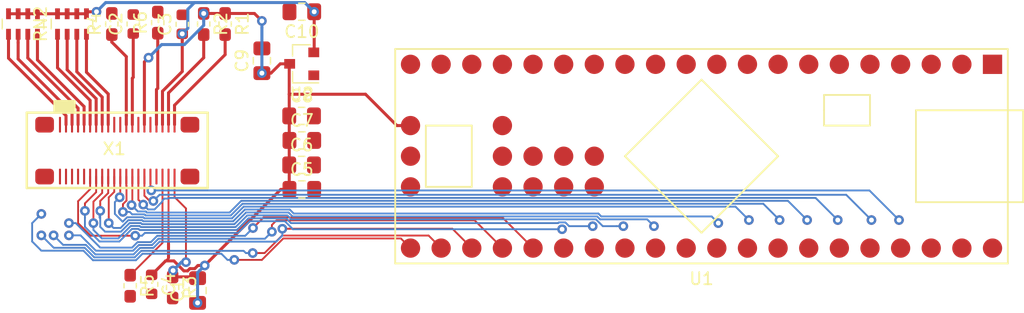
<source format=kicad_pcb>
(kicad_pcb (version 20171130) (host pcbnew "(5.1.2)-2")

  (general
    (thickness 1.6)
    (drawings 2)
    (tracks 376)
    (zones 0)
    (modules 21)
    (nets 88)
  )

  (page A4)
  (layers
    (0 F.Cu signal)
    (31 B.Cu signal)
    (32 B.Adhes user)
    (33 F.Adhes user)
    (34 B.Paste user)
    (35 F.Paste user)
    (36 B.SilkS user)
    (37 F.SilkS user)
    (38 B.Mask user)
    (39 F.Mask user)
    (40 Dwgs.User user)
    (41 Cmts.User user)
    (42 Eco1.User user)
    (43 Eco2.User user hide)
    (44 Edge.Cuts user hide)
    (45 Margin user)
    (46 B.CrtYd user)
    (47 F.CrtYd user)
    (48 B.Fab user)
    (49 F.Fab user)
  )

  (setup
    (last_trace_width 0.1524)
    (trace_clearance 0.0889)
    (zone_clearance 0.508)
    (zone_45_only no)
    (trace_min 0.0889)
    (via_size 0.8)
    (via_drill 0.4)
    (via_min_size 0.4572)
    (via_min_drill 0.2032)
    (uvia_size 0.3)
    (uvia_drill 0.1)
    (uvias_allowed no)
    (uvia_min_size 0.2)
    (uvia_min_drill 0.1)
    (edge_width 0.05)
    (segment_width 0.2)
    (pcb_text_width 0.3)
    (pcb_text_size 1.5 1.5)
    (mod_edge_width 0.12)
    (mod_text_size 1 1)
    (mod_text_width 0.15)
    (pad_size 1.524 1.524)
    (pad_drill 0.762)
    (pad_to_mask_clearance 0.051)
    (solder_mask_min_width 0.25)
    (aux_axis_origin 0 0)
    (visible_elements 7FF9FFFF)
    (pcbplotparams
      (layerselection 0x010fc_ffffffff)
      (usegerberextensions false)
      (usegerberattributes false)
      (usegerberadvancedattributes false)
      (creategerberjobfile false)
      (excludeedgelayer true)
      (linewidth 0.100000)
      (plotframeref false)
      (viasonmask false)
      (mode 1)
      (useauxorigin false)
      (hpglpennumber 1)
      (hpglpenspeed 20)
      (hpglpendiameter 15.000000)
      (psnegative false)
      (psa4output false)
      (plotreference true)
      (plotvalue true)
      (plotinvisibletext false)
      (padsonsilk false)
      (subtractmaskfromsilk false)
      (outputformat 1)
      (mirror false)
      (drillshape 1)
      (scaleselection 1)
      (outputdirectory ""))
  )

  (net 0 "")
  (net 1 /t430-connector/TP_RST)
  (net 2 +5V)
  (net 3 /t430-connector/KBD_BL_PWM)
  (net 4 GND)
  (net 5 +3V3)
  (net 6 /t430-connector/TP_CLK)
  (net 7 /t430-connector/TP_DATA)
  (net 8 /t430-connector/LED_PWR)
  (net 9 "Net-(R4-Pad1)")
  (net 10 "Net-(R5-Pad1)")
  (net 11 /t430-connector/LED_MICMUTE)
  (net 12 /t430-connector/LED_MUTE)
  (net 13 "Net-(R6-Pad1)")
  (net 14 /t430-connector/ROW0)
  (net 15 /t430-connector/ROW3)
  (net 16 /t430-connector/ROW5)
  (net 17 /t430-connector/ROW2)
  (net 18 /t430-connector/ROW7)
  (net 19 /t430-connector/ROW4)
  (net 20 /t430-connector/ROW6)
  (net 21 /t430-connector/ROW1)
  (net 22 /Teensy2.0++/LED_PWR)
  (net 23 /Teensy2.0++/COL2)
  (net 24 /Teensy2.0++/LED_MICMUTE)
  (net 25 /Teensy2.0++/TP_CLK)
  (net 26 /Teensy2.0++/COL1)
  (net 27 /Teensy2.0++/COL0)
  (net 28 /Teensy2.0++/TP_DATA)
  (net 29 /Teensy2.0++/~PWR_SWITCH)
  (net 30 /Teensy2.0++/~HOTKEY)
  (net 31 /Teensy2.0++/ROW7)
  (net 32 /Teensy2.0++/LED_MUTE)
  (net 33 /Teensy2.0++/COL3)
  (net 34 /Teensy2.0++/COL4)
  (net 35 /Teensy2.0++/COL5)
  (net 36 /Teensy2.0++/KBD_BL_PWM)
  (net 37 /Teensy2.0++/COL6)
  (net 38 /Teensy2.0++/COL7)
  (net 39 /Teensy2.0++/COL8)
  (net 40 /Teensy2.0++/COL9)
  (net 41 "Net-(U1-Pad23)")
  (net 42 "Net-(U1-Pad24)")
  (net 43 "Net-(U1-Pad25)")
  (net 44 "Net-(U1-Pad26)")
  (net 45 /Teensy2.0++/~KBD_BL_DETECT)
  (net 46 /Teensy2.0++/COL15)
  (net 47 /Teensy2.0++/COL14)
  (net 48 /Teensy2.0++/COL13)
  (net 49 /Teensy2.0++/COL12)
  (net 50 "Net-(U1-Pad32)")
  (net 51 /Teensy2.0++/COL11)
  (net 52 /Teensy2.0++/COL10)
  (net 53 /Teensy2.0++/ROW0)
  (net 54 /Teensy2.0++/ROW1)
  (net 55 /Teensy2.0++/ROW2)
  (net 56 /Teensy2.0++/ROW3)
  (net 57 /Teensy2.0++/ROW4)
  (net 58 /Teensy2.0++/ROW5)
  (net 59 /Teensy2.0++/ROW6)
  (net 60 "Net-(U1-Pad44)")
  (net 61 "Net-(U1-Pad45)")
  (net 62 "Net-(U1-Pad46)")
  (net 63 "Net-(U1-Pad47)")
  (net 64 "Net-(U1-Pad48)")
  (net 65 "Net-(U1-Pad49)")
  (net 66 "Net-(U1-Pad50)")
  (net 67 "Net-(U1-Pad51)")
  (net 68 "Net-(U1-Pad52)")
  (net 69 /t430-connector/~HOTKEY)
  (net 70 /t430-connector/COL4)
  (net 71 /t430-connector/COL5)
  (net 72 /t430-connector/COL8)
  (net 73 /t430-connector/COL6)
  (net 74 /t430-connector/COL3)
  (net 75 /t430-connector/COL7)
  (net 76 /t430-connector/COL2)
  (net 77 /t430-connector/COL10)
  (net 78 /t430-connector/COL1)
  (net 79 /t430-connector/~PWR_SWITCH)
  (net 80 /t430-connector/COL9)
  (net 81 /t430-connector/~KBD_BL_DETECT)
  (net 82 /t430-connector/COL0)
  (net 83 /t430-connector/COL11)
  (net 84 /t430-connector/COL14)
  (net 85 /t430-connector/COL12)
  (net 86 /t430-connector/COL15)
  (net 87 /t430-connector/COL13)

  (net_class Default "This is the default net class."
    (clearance 0.0889)
    (trace_width 0.1524)
    (via_dia 0.8)
    (via_drill 0.4)
    (uvia_dia 0.3)
    (uvia_drill 0.1)
    (add_net +3V3)
    (add_net +5V)
    (add_net /Teensy2.0++/COL0)
    (add_net /Teensy2.0++/COL1)
    (add_net /Teensy2.0++/COL10)
    (add_net /Teensy2.0++/COL11)
    (add_net /Teensy2.0++/COL12)
    (add_net /Teensy2.0++/COL13)
    (add_net /Teensy2.0++/COL14)
    (add_net /Teensy2.0++/COL15)
    (add_net /Teensy2.0++/COL2)
    (add_net /Teensy2.0++/COL3)
    (add_net /Teensy2.0++/COL4)
    (add_net /Teensy2.0++/COL5)
    (add_net /Teensy2.0++/COL6)
    (add_net /Teensy2.0++/COL7)
    (add_net /Teensy2.0++/COL8)
    (add_net /Teensy2.0++/COL9)
    (add_net /Teensy2.0++/KBD_BL_PWM)
    (add_net /Teensy2.0++/LED_MICMUTE)
    (add_net /Teensy2.0++/LED_MUTE)
    (add_net /Teensy2.0++/LED_PWR)
    (add_net /Teensy2.0++/ROW0)
    (add_net /Teensy2.0++/ROW1)
    (add_net /Teensy2.0++/ROW2)
    (add_net /Teensy2.0++/ROW3)
    (add_net /Teensy2.0++/ROW4)
    (add_net /Teensy2.0++/ROW5)
    (add_net /Teensy2.0++/ROW6)
    (add_net /Teensy2.0++/ROW7)
    (add_net /Teensy2.0++/TP_CLK)
    (add_net /Teensy2.0++/TP_DATA)
    (add_net /Teensy2.0++/~HOTKEY)
    (add_net /Teensy2.0++/~KBD_BL_DETECT)
    (add_net /Teensy2.0++/~PWR_SWITCH)
    (add_net /t430-connector/COL0)
    (add_net /t430-connector/COL1)
    (add_net /t430-connector/COL10)
    (add_net /t430-connector/COL11)
    (add_net /t430-connector/COL12)
    (add_net /t430-connector/COL13)
    (add_net /t430-connector/COL14)
    (add_net /t430-connector/COL15)
    (add_net /t430-connector/COL2)
    (add_net /t430-connector/COL3)
    (add_net /t430-connector/COL4)
    (add_net /t430-connector/COL5)
    (add_net /t430-connector/COL6)
    (add_net /t430-connector/COL7)
    (add_net /t430-connector/COL8)
    (add_net /t430-connector/COL9)
    (add_net /t430-connector/KBD_BL_PWM)
    (add_net /t430-connector/LED_MICMUTE)
    (add_net /t430-connector/LED_MUTE)
    (add_net /t430-connector/LED_PWR)
    (add_net /t430-connector/ROW0)
    (add_net /t430-connector/ROW1)
    (add_net /t430-connector/ROW2)
    (add_net /t430-connector/ROW3)
    (add_net /t430-connector/ROW4)
    (add_net /t430-connector/ROW5)
    (add_net /t430-connector/ROW6)
    (add_net /t430-connector/ROW7)
    (add_net /t430-connector/TP_CLK)
    (add_net /t430-connector/TP_DATA)
    (add_net /t430-connector/TP_RST)
    (add_net /t430-connector/~HOTKEY)
    (add_net /t430-connector/~KBD_BL_DETECT)
    (add_net /t430-connector/~PWR_SWITCH)
    (add_net GND)
    (add_net "Net-(R4-Pad1)")
    (add_net "Net-(R5-Pad1)")
    (add_net "Net-(R6-Pad1)")
    (add_net "Net-(U1-Pad23)")
    (add_net "Net-(U1-Pad24)")
    (add_net "Net-(U1-Pad25)")
    (add_net "Net-(U1-Pad26)")
    (add_net "Net-(U1-Pad32)")
    (add_net "Net-(U1-Pad44)")
    (add_net "Net-(U1-Pad45)")
    (add_net "Net-(U1-Pad46)")
    (add_net "Net-(U1-Pad47)")
    (add_net "Net-(U1-Pad48)")
    (add_net "Net-(U1-Pad49)")
    (add_net "Net-(U1-Pad50)")
    (add_net "Net-(U1-Pad51)")
    (add_net "Net-(U1-Pad52)")
  )

  (module Capacitor_SMD:C_0805_2012Metric_Pad1.15x1.40mm_HandSolder (layer F.Cu) (tedit 5B36C52B) (tstamp 5D48D19C)
    (at 177.8 91.186 90)
    (descr "Capacitor SMD 0805 (2012 Metric), square (rectangular) end terminal, IPC_7351 nominal with elongated pad for handsoldering. (Body size source: https://docs.google.com/spreadsheets/d/1BsfQQcO9C6DZCsRaXUlFlo91Tg2WpOkGARC1WS5S8t0/edit?usp=sharing), generated with kicad-footprint-generator")
    (tags "capacitor handsolder")
    (path /5D4876A5/5D48D007)
    (attr smd)
    (fp_text reference C1 (at 0 -1.65 90) (layer F.SilkS)
      (effects (font (size 1 1) (thickness 0.15)))
    )
    (fp_text value 2.2u (at 0 1.65 90) (layer F.Fab)
      (effects (font (size 1 1) (thickness 0.15)))
    )
    (fp_text user %R (at 0 0 90) (layer F.Fab)
      (effects (font (size 0.5 0.5) (thickness 0.08)))
    )
    (fp_line (start 1.85 0.95) (end -1.85 0.95) (layer F.CrtYd) (width 0.05))
    (fp_line (start 1.85 -0.95) (end 1.85 0.95) (layer F.CrtYd) (width 0.05))
    (fp_line (start -1.85 -0.95) (end 1.85 -0.95) (layer F.CrtYd) (width 0.05))
    (fp_line (start -1.85 0.95) (end -1.85 -0.95) (layer F.CrtYd) (width 0.05))
    (fp_line (start -0.261252 0.71) (end 0.261252 0.71) (layer F.SilkS) (width 0.12))
    (fp_line (start -0.261252 -0.71) (end 0.261252 -0.71) (layer F.SilkS) (width 0.12))
    (fp_line (start 1 0.6) (end -1 0.6) (layer F.Fab) (width 0.1))
    (fp_line (start 1 -0.6) (end 1 0.6) (layer F.Fab) (width 0.1))
    (fp_line (start -1 -0.6) (end 1 -0.6) (layer F.Fab) (width 0.1))
    (fp_line (start -1 0.6) (end -1 -0.6) (layer F.Fab) (width 0.1))
    (pad 2 smd roundrect (at 1.025 0 90) (size 1.15 1.4) (layers F.Cu F.Paste F.Mask) (roundrect_rratio 0.217391)
      (net 1 /t430-connector/TP_RST))
    (pad 1 smd roundrect (at -1.025 0 90) (size 1.15 1.4) (layers F.Cu F.Paste F.Mask) (roundrect_rratio 0.217391)
      (net 2 +5V))
    (model ${KISYS3DMOD}/Capacitor_SMD.3dshapes/C_0805_2012Metric.wrl
      (at (xyz 0 0 0))
      (scale (xyz 1 1 1))
      (rotate (xyz 0 0 0))
    )
  )

  (module Capacitor_SMD:C_0603_1608Metric (layer F.Cu) (tedit 5B301BBE) (tstamp 5D48BFF0)
    (at 172.466 69.088 90)
    (descr "Capacitor SMD 0603 (1608 Metric), square (rectangular) end terminal, IPC_7351 nominal, (Body size source: http://www.tortai-tech.com/upload/download/2011102023233369053.pdf), generated with kicad-footprint-generator")
    (tags capacitor)
    (path /5D4876A5/5D48D0AC)
    (attr smd)
    (fp_text reference C2 (at 0 -1.43 90) (layer F.SilkS)
      (effects (font (size 1 1) (thickness 0.15)))
    )
    (fp_text value 220p (at 0 1.43 90) (layer F.Fab)
      (effects (font (size 1 1) (thickness 0.15)))
    )
    (fp_line (start -0.8 0.4) (end -0.8 -0.4) (layer F.Fab) (width 0.1))
    (fp_line (start -0.8 -0.4) (end 0.8 -0.4) (layer F.Fab) (width 0.1))
    (fp_line (start 0.8 -0.4) (end 0.8 0.4) (layer F.Fab) (width 0.1))
    (fp_line (start 0.8 0.4) (end -0.8 0.4) (layer F.Fab) (width 0.1))
    (fp_line (start -0.162779 -0.51) (end 0.162779 -0.51) (layer F.SilkS) (width 0.12))
    (fp_line (start -0.162779 0.51) (end 0.162779 0.51) (layer F.SilkS) (width 0.12))
    (fp_line (start -1.48 0.73) (end -1.48 -0.73) (layer F.CrtYd) (width 0.05))
    (fp_line (start -1.48 -0.73) (end 1.48 -0.73) (layer F.CrtYd) (width 0.05))
    (fp_line (start 1.48 -0.73) (end 1.48 0.73) (layer F.CrtYd) (width 0.05))
    (fp_line (start 1.48 0.73) (end -1.48 0.73) (layer F.CrtYd) (width 0.05))
    (fp_text user %R (at 0 0 90) (layer F.Fab)
      (effects (font (size 0.4 0.4) (thickness 0.06)))
    )
    (pad 1 smd roundrect (at -0.7875 0 90) (size 0.875 0.95) (layers F.Cu F.Paste F.Mask) (roundrect_rratio 0.25)
      (net 3 /t430-connector/KBD_BL_PWM))
    (pad 2 smd roundrect (at 0.7875 0 90) (size 0.875 0.95) (layers F.Cu F.Paste F.Mask) (roundrect_rratio 0.25)
      (net 4 GND))
    (model ${KISYS3DMOD}/Capacitor_SMD.3dshapes/C_0603_1608Metric.wrl
      (at (xyz 0 0 0))
      (scale (xyz 1 1 1))
      (rotate (xyz 0 0 0))
    )
  )

  (module Capacitor_SMD:C_0603_1608Metric (layer F.Cu) (tedit 5B301BBE) (tstamp 5D48C001)
    (at 176.53 69.1135 90)
    (descr "Capacitor SMD 0603 (1608 Metric), square (rectangular) end terminal, IPC_7351 nominal, (Body size source: http://www.tortai-tech.com/upload/download/2011102023233369053.pdf), generated with kicad-footprint-generator")
    (tags capacitor)
    (path /5D4876A5/5D48CFB3)
    (attr smd)
    (fp_text reference C3 (at 0 -1.43 90) (layer F.SilkS)
      (effects (font (size 1 1) (thickness 0.15)))
    )
    (fp_text value 100n (at 0 1.43 90) (layer F.Fab)
      (effects (font (size 1 1) (thickness 0.15)))
    )
    (fp_text user %R (at 0 0 90) (layer F.Fab)
      (effects (font (size 0.4 0.4) (thickness 0.06)))
    )
    (fp_line (start 1.48 0.73) (end -1.48 0.73) (layer F.CrtYd) (width 0.05))
    (fp_line (start 1.48 -0.73) (end 1.48 0.73) (layer F.CrtYd) (width 0.05))
    (fp_line (start -1.48 -0.73) (end 1.48 -0.73) (layer F.CrtYd) (width 0.05))
    (fp_line (start -1.48 0.73) (end -1.48 -0.73) (layer F.CrtYd) (width 0.05))
    (fp_line (start -0.162779 0.51) (end 0.162779 0.51) (layer F.SilkS) (width 0.12))
    (fp_line (start -0.162779 -0.51) (end 0.162779 -0.51) (layer F.SilkS) (width 0.12))
    (fp_line (start 0.8 0.4) (end -0.8 0.4) (layer F.Fab) (width 0.1))
    (fp_line (start 0.8 -0.4) (end 0.8 0.4) (layer F.Fab) (width 0.1))
    (fp_line (start -0.8 -0.4) (end 0.8 -0.4) (layer F.Fab) (width 0.1))
    (fp_line (start -0.8 0.4) (end -0.8 -0.4) (layer F.Fab) (width 0.1))
    (pad 2 smd roundrect (at 0.7875 0 90) (size 0.875 0.95) (layers F.Cu F.Paste F.Mask) (roundrect_rratio 0.25)
      (net 4 GND))
    (pad 1 smd roundrect (at -0.7875 0 90) (size 0.875 0.95) (layers F.Cu F.Paste F.Mask) (roundrect_rratio 0.25)
      (net 5 +3V3))
    (model ${KISYS3DMOD}/Capacitor_SMD.3dshapes/C_0603_1608Metric.wrl
      (at (xyz 0 0 0))
      (scale (xyz 1 1 1))
      (rotate (xyz 0 0 0))
    )
  )

  (module Capacitor_SMD:C_0603_1608Metric (layer F.Cu) (tedit 5B301BBE) (tstamp 5D48C012)
    (at 173.99 90.678 270)
    (descr "Capacitor SMD 0603 (1608 Metric), square (rectangular) end terminal, IPC_7351 nominal, (Body size source: http://www.tortai-tech.com/upload/download/2011102023233369053.pdf), generated with kicad-footprint-generator")
    (tags capacitor)
    (path /5D4876A5/5D48CFAD)
    (attr smd)
    (fp_text reference C4 (at 0 -1.43 90) (layer F.SilkS)
      (effects (font (size 1 1) (thickness 0.15)))
    )
    (fp_text value 100n (at 0 1.43 90) (layer F.Fab)
      (effects (font (size 1 1) (thickness 0.15)))
    )
    (fp_line (start -0.8 0.4) (end -0.8 -0.4) (layer F.Fab) (width 0.1))
    (fp_line (start -0.8 -0.4) (end 0.8 -0.4) (layer F.Fab) (width 0.1))
    (fp_line (start 0.8 -0.4) (end 0.8 0.4) (layer F.Fab) (width 0.1))
    (fp_line (start 0.8 0.4) (end -0.8 0.4) (layer F.Fab) (width 0.1))
    (fp_line (start -0.162779 -0.51) (end 0.162779 -0.51) (layer F.SilkS) (width 0.12))
    (fp_line (start -0.162779 0.51) (end 0.162779 0.51) (layer F.SilkS) (width 0.12))
    (fp_line (start -1.48 0.73) (end -1.48 -0.73) (layer F.CrtYd) (width 0.05))
    (fp_line (start -1.48 -0.73) (end 1.48 -0.73) (layer F.CrtYd) (width 0.05))
    (fp_line (start 1.48 -0.73) (end 1.48 0.73) (layer F.CrtYd) (width 0.05))
    (fp_line (start 1.48 0.73) (end -1.48 0.73) (layer F.CrtYd) (width 0.05))
    (fp_text user %R (at 0 0 90) (layer F.Fab)
      (effects (font (size 0.4 0.4) (thickness 0.06)))
    )
    (pad 1 smd roundrect (at -0.7875 0 270) (size 0.875 0.95) (layers F.Cu F.Paste F.Mask) (roundrect_rratio 0.25)
      (net 2 +5V))
    (pad 2 smd roundrect (at 0.7875 0 270) (size 0.875 0.95) (layers F.Cu F.Paste F.Mask) (roundrect_rratio 0.25)
      (net 4 GND))
    (model ${KISYS3DMOD}/Capacitor_SMD.3dshapes/C_0603_1608Metric.wrl
      (at (xyz 0 0 0))
      (scale (xyz 1 1 1))
      (rotate (xyz 0 0 0))
    )
  )

  (module Capacitor_SMD:C_0805_2012Metric_Pad1.15x1.40mm_HandSolder (layer F.Cu) (tedit 5B36C52B) (tstamp 5D48D1FC)
    (at 186.445 82.804)
    (descr "Capacitor SMD 0805 (2012 Metric), square (rectangular) end terminal, IPC_7351 nominal with elongated pad for handsoldering. (Body size source: https://docs.google.com/spreadsheets/d/1BsfQQcO9C6DZCsRaXUlFlo91Tg2WpOkGARC1WS5S8t0/edit?usp=sharing), generated with kicad-footprint-generator")
    (tags "capacitor handsolder")
    (path /5D4876A5/5D48CFA7)
    (attr smd)
    (fp_text reference C5 (at 0 -1.65) (layer F.SilkS)
      (effects (font (size 1 1) (thickness 0.15)))
    )
    (fp_text value 10u (at 0 1.65) (layer F.Fab)
      (effects (font (size 1 1) (thickness 0.15)))
    )
    (fp_line (start -1 0.6) (end -1 -0.6) (layer F.Fab) (width 0.1))
    (fp_line (start -1 -0.6) (end 1 -0.6) (layer F.Fab) (width 0.1))
    (fp_line (start 1 -0.6) (end 1 0.6) (layer F.Fab) (width 0.1))
    (fp_line (start 1 0.6) (end -1 0.6) (layer F.Fab) (width 0.1))
    (fp_line (start -0.261252 -0.71) (end 0.261252 -0.71) (layer F.SilkS) (width 0.12))
    (fp_line (start -0.261252 0.71) (end 0.261252 0.71) (layer F.SilkS) (width 0.12))
    (fp_line (start -1.85 0.95) (end -1.85 -0.95) (layer F.CrtYd) (width 0.05))
    (fp_line (start -1.85 -0.95) (end 1.85 -0.95) (layer F.CrtYd) (width 0.05))
    (fp_line (start 1.85 -0.95) (end 1.85 0.95) (layer F.CrtYd) (width 0.05))
    (fp_line (start 1.85 0.95) (end -1.85 0.95) (layer F.CrtYd) (width 0.05))
    (fp_text user %R (at 0 0) (layer F.Fab)
      (effects (font (size 0.5 0.5) (thickness 0.08)))
    )
    (pad 1 smd roundrect (at -1.025 0) (size 1.15 1.4) (layers F.Cu F.Paste F.Mask) (roundrect_rratio 0.217391)
      (net 2 +5V))
    (pad 2 smd roundrect (at 1.025 0) (size 1.15 1.4) (layers F.Cu F.Paste F.Mask) (roundrect_rratio 0.217391)
      (net 4 GND))
    (model ${KISYS3DMOD}/Capacitor_SMD.3dshapes/C_0805_2012Metric.wrl
      (at (xyz 0 0 0))
      (scale (xyz 1 1 1))
      (rotate (xyz 0 0 0))
    )
  )

  (module Capacitor_SMD:C_0805_2012Metric_Pad1.15x1.40mm_HandSolder (layer F.Cu) (tedit 5B36C52B) (tstamp 5D48D22C)
    (at 186.427 80.772)
    (descr "Capacitor SMD 0805 (2012 Metric), square (rectangular) end terminal, IPC_7351 nominal with elongated pad for handsoldering. (Body size source: https://docs.google.com/spreadsheets/d/1BsfQQcO9C6DZCsRaXUlFlo91Tg2WpOkGARC1WS5S8t0/edit?usp=sharing), generated with kicad-footprint-generator")
    (tags "capacitor handsolder")
    (path /5D4876A5/5D48CFA1)
    (attr smd)
    (fp_text reference C6 (at 0 -1.65) (layer F.SilkS)
      (effects (font (size 1 1) (thickness 0.15)))
    )
    (fp_text value 10u (at 0 1.65) (layer F.Fab)
      (effects (font (size 1 1) (thickness 0.15)))
    )
    (fp_text user %R (at 0 0) (layer F.Fab)
      (effects (font (size 0.5 0.5) (thickness 0.08)))
    )
    (fp_line (start 1.85 0.95) (end -1.85 0.95) (layer F.CrtYd) (width 0.05))
    (fp_line (start 1.85 -0.95) (end 1.85 0.95) (layer F.CrtYd) (width 0.05))
    (fp_line (start -1.85 -0.95) (end 1.85 -0.95) (layer F.CrtYd) (width 0.05))
    (fp_line (start -1.85 0.95) (end -1.85 -0.95) (layer F.CrtYd) (width 0.05))
    (fp_line (start -0.261252 0.71) (end 0.261252 0.71) (layer F.SilkS) (width 0.12))
    (fp_line (start -0.261252 -0.71) (end 0.261252 -0.71) (layer F.SilkS) (width 0.12))
    (fp_line (start 1 0.6) (end -1 0.6) (layer F.Fab) (width 0.1))
    (fp_line (start 1 -0.6) (end 1 0.6) (layer F.Fab) (width 0.1))
    (fp_line (start -1 -0.6) (end 1 -0.6) (layer F.Fab) (width 0.1))
    (fp_line (start -1 0.6) (end -1 -0.6) (layer F.Fab) (width 0.1))
    (pad 2 smd roundrect (at 1.025 0) (size 1.15 1.4) (layers F.Cu F.Paste F.Mask) (roundrect_rratio 0.217391)
      (net 4 GND))
    (pad 1 smd roundrect (at -1.025 0) (size 1.15 1.4) (layers F.Cu F.Paste F.Mask) (roundrect_rratio 0.217391)
      (net 2 +5V))
    (model ${KISYS3DMOD}/Capacitor_SMD.3dshapes/C_0805_2012Metric.wrl
      (at (xyz 0 0 0))
      (scale (xyz 1 1 1))
      (rotate (xyz 0 0 0))
    )
  )

  (module Capacitor_SMD:C_0805_2012Metric_Pad1.15x1.40mm_HandSolder (layer F.Cu) (tedit 5B36C52B) (tstamp 5D48C045)
    (at 186.445 78.74)
    (descr "Capacitor SMD 0805 (2012 Metric), square (rectangular) end terminal, IPC_7351 nominal with elongated pad for handsoldering. (Body size source: https://docs.google.com/spreadsheets/d/1BsfQQcO9C6DZCsRaXUlFlo91Tg2WpOkGARC1WS5S8t0/edit?usp=sharing), generated with kicad-footprint-generator")
    (tags "capacitor handsolder")
    (path /5D4876A5/5D48AAB2)
    (attr smd)
    (fp_text reference C7 (at 0 -1.65) (layer F.SilkS)
      (effects (font (size 1 1) (thickness 0.15)))
    )
    (fp_text value 10u (at 0 1.65) (layer F.Fab)
      (effects (font (size 1 1) (thickness 0.15)))
    )
    (fp_line (start -1 0.6) (end -1 -0.6) (layer F.Fab) (width 0.1))
    (fp_line (start -1 -0.6) (end 1 -0.6) (layer F.Fab) (width 0.1))
    (fp_line (start 1 -0.6) (end 1 0.6) (layer F.Fab) (width 0.1))
    (fp_line (start 1 0.6) (end -1 0.6) (layer F.Fab) (width 0.1))
    (fp_line (start -0.261252 -0.71) (end 0.261252 -0.71) (layer F.SilkS) (width 0.12))
    (fp_line (start -0.261252 0.71) (end 0.261252 0.71) (layer F.SilkS) (width 0.12))
    (fp_line (start -1.85 0.95) (end -1.85 -0.95) (layer F.CrtYd) (width 0.05))
    (fp_line (start -1.85 -0.95) (end 1.85 -0.95) (layer F.CrtYd) (width 0.05))
    (fp_line (start 1.85 -0.95) (end 1.85 0.95) (layer F.CrtYd) (width 0.05))
    (fp_line (start 1.85 0.95) (end -1.85 0.95) (layer F.CrtYd) (width 0.05))
    (fp_text user %R (at 0 0) (layer F.Fab)
      (effects (font (size 0.5 0.5) (thickness 0.08)))
    )
    (pad 1 smd roundrect (at -1.025 0) (size 1.15 1.4) (layers F.Cu F.Paste F.Mask) (roundrect_rratio 0.217391)
      (net 2 +5V))
    (pad 2 smd roundrect (at 1.025 0) (size 1.15 1.4) (layers F.Cu F.Paste F.Mask) (roundrect_rratio 0.217391)
      (net 4 GND))
    (model ${KISYS3DMOD}/Capacitor_SMD.3dshapes/C_0805_2012Metric.wrl
      (at (xyz 0 0 0))
      (scale (xyz 1 1 1))
      (rotate (xyz 0 0 0))
    )
  )

  (module Capacitor_SMD:C_0805_2012Metric_Pad1.15x1.40mm_HandSolder (layer F.Cu) (tedit 5B36C52B) (tstamp 5D48D1CC)
    (at 186.427 76.708)
    (descr "Capacitor SMD 0805 (2012 Metric), square (rectangular) end terminal, IPC_7351 nominal with elongated pad for handsoldering. (Body size source: https://docs.google.com/spreadsheets/d/1BsfQQcO9C6DZCsRaXUlFlo91Tg2WpOkGARC1WS5S8t0/edit?usp=sharing), generated with kicad-footprint-generator")
    (tags "capacitor handsolder")
    (path /5D4876A5/5D48ACF5)
    (attr smd)
    (fp_text reference C8 (at 0 -1.65) (layer F.SilkS)
      (effects (font (size 1 1) (thickness 0.15)))
    )
    (fp_text value 10u (at 0 1.65) (layer F.Fab)
      (effects (font (size 1 1) (thickness 0.15)))
    )
    (fp_text user %R (at 0 0) (layer F.Fab)
      (effects (font (size 0.5 0.5) (thickness 0.08)))
    )
    (fp_line (start 1.85 0.95) (end -1.85 0.95) (layer F.CrtYd) (width 0.05))
    (fp_line (start 1.85 -0.95) (end 1.85 0.95) (layer F.CrtYd) (width 0.05))
    (fp_line (start -1.85 -0.95) (end 1.85 -0.95) (layer F.CrtYd) (width 0.05))
    (fp_line (start -1.85 0.95) (end -1.85 -0.95) (layer F.CrtYd) (width 0.05))
    (fp_line (start -0.261252 0.71) (end 0.261252 0.71) (layer F.SilkS) (width 0.12))
    (fp_line (start -0.261252 -0.71) (end 0.261252 -0.71) (layer F.SilkS) (width 0.12))
    (fp_line (start 1 0.6) (end -1 0.6) (layer F.Fab) (width 0.1))
    (fp_line (start 1 -0.6) (end 1 0.6) (layer F.Fab) (width 0.1))
    (fp_line (start -1 -0.6) (end 1 -0.6) (layer F.Fab) (width 0.1))
    (fp_line (start -1 0.6) (end -1 -0.6) (layer F.Fab) (width 0.1))
    (pad 2 smd roundrect (at 1.025 0) (size 1.15 1.4) (layers F.Cu F.Paste F.Mask) (roundrect_rratio 0.217391)
      (net 4 GND))
    (pad 1 smd roundrect (at -1.025 0) (size 1.15 1.4) (layers F.Cu F.Paste F.Mask) (roundrect_rratio 0.217391)
      (net 2 +5V))
    (model ${KISYS3DMOD}/Capacitor_SMD.3dshapes/C_0805_2012Metric.wrl
      (at (xyz 0 0 0))
      (scale (xyz 1 1 1))
      (rotate (xyz 0 0 0))
    )
  )

  (module Capacitor_SMD:C_0805_2012Metric_Pad1.15x1.40mm_HandSolder (layer F.Cu) (tedit 5B36C52B) (tstamp 5D48C067)
    (at 183.134 72.136 90)
    (descr "Capacitor SMD 0805 (2012 Metric), square (rectangular) end terminal, IPC_7351 nominal with elongated pad for handsoldering. (Body size source: https://docs.google.com/spreadsheets/d/1BsfQQcO9C6DZCsRaXUlFlo91Tg2WpOkGARC1WS5S8t0/edit?usp=sharing), generated with kicad-footprint-generator")
    (tags "capacitor handsolder")
    (path /5D491B51/5D492895)
    (attr smd)
    (fp_text reference C9 (at 0 -1.65 90) (layer F.SilkS)
      (effects (font (size 1 1) (thickness 0.15)))
    )
    (fp_text value 1u (at 0 1.65 90) (layer F.Fab)
      (effects (font (size 1 1) (thickness 0.15)))
    )
    (fp_line (start -1 0.6) (end -1 -0.6) (layer F.Fab) (width 0.1))
    (fp_line (start -1 -0.6) (end 1 -0.6) (layer F.Fab) (width 0.1))
    (fp_line (start 1 -0.6) (end 1 0.6) (layer F.Fab) (width 0.1))
    (fp_line (start 1 0.6) (end -1 0.6) (layer F.Fab) (width 0.1))
    (fp_line (start -0.261252 -0.71) (end 0.261252 -0.71) (layer F.SilkS) (width 0.12))
    (fp_line (start -0.261252 0.71) (end 0.261252 0.71) (layer F.SilkS) (width 0.12))
    (fp_line (start -1.85 0.95) (end -1.85 -0.95) (layer F.CrtYd) (width 0.05))
    (fp_line (start -1.85 -0.95) (end 1.85 -0.95) (layer F.CrtYd) (width 0.05))
    (fp_line (start 1.85 -0.95) (end 1.85 0.95) (layer F.CrtYd) (width 0.05))
    (fp_line (start 1.85 0.95) (end -1.85 0.95) (layer F.CrtYd) (width 0.05))
    (fp_text user %R (at 0 0 90) (layer F.Fab)
      (effects (font (size 0.5 0.5) (thickness 0.08)))
    )
    (pad 1 smd roundrect (at -1.025 0 90) (size 1.15 1.4) (layers F.Cu F.Paste F.Mask) (roundrect_rratio 0.217391)
      (net 2 +5V))
    (pad 2 smd roundrect (at 1.025 0 90) (size 1.15 1.4) (layers F.Cu F.Paste F.Mask) (roundrect_rratio 0.217391)
      (net 4 GND))
    (model ${KISYS3DMOD}/Capacitor_SMD.3dshapes/C_0805_2012Metric.wrl
      (at (xyz 0 0 0))
      (scale (xyz 1 1 1))
      (rotate (xyz 0 0 0))
    )
  )

  (module Capacitor_SMD:C_0805_2012Metric_Pad1.15x1.40mm_HandSolder (layer F.Cu) (tedit 5B36C52B) (tstamp 5D48C078)
    (at 186.445 68.072 180)
    (descr "Capacitor SMD 0805 (2012 Metric), square (rectangular) end terminal, IPC_7351 nominal with elongated pad for handsoldering. (Body size source: https://docs.google.com/spreadsheets/d/1BsfQQcO9C6DZCsRaXUlFlo91Tg2WpOkGARC1WS5S8t0/edit?usp=sharing), generated with kicad-footprint-generator")
    (tags "capacitor handsolder")
    (path /5D491B51/5D49310C)
    (attr smd)
    (fp_text reference C10 (at 0 -1.65) (layer F.SilkS)
      (effects (font (size 1 1) (thickness 0.15)))
    )
    (fp_text value 1u (at 0 1.65) (layer F.Fab)
      (effects (font (size 1 1) (thickness 0.15)))
    )
    (fp_line (start -1 0.6) (end -1 -0.6) (layer F.Fab) (width 0.1))
    (fp_line (start -1 -0.6) (end 1 -0.6) (layer F.Fab) (width 0.1))
    (fp_line (start 1 -0.6) (end 1 0.6) (layer F.Fab) (width 0.1))
    (fp_line (start 1 0.6) (end -1 0.6) (layer F.Fab) (width 0.1))
    (fp_line (start -0.261252 -0.71) (end 0.261252 -0.71) (layer F.SilkS) (width 0.12))
    (fp_line (start -0.261252 0.71) (end 0.261252 0.71) (layer F.SilkS) (width 0.12))
    (fp_line (start -1.85 0.95) (end -1.85 -0.95) (layer F.CrtYd) (width 0.05))
    (fp_line (start -1.85 -0.95) (end 1.85 -0.95) (layer F.CrtYd) (width 0.05))
    (fp_line (start 1.85 -0.95) (end 1.85 0.95) (layer F.CrtYd) (width 0.05))
    (fp_line (start 1.85 0.95) (end -1.85 0.95) (layer F.CrtYd) (width 0.05))
    (fp_text user %R (at 0 0) (layer F.Fab)
      (effects (font (size 0.5 0.5) (thickness 0.08)))
    )
    (pad 1 smd roundrect (at -1.025 0 180) (size 1.15 1.4) (layers F.Cu F.Paste F.Mask) (roundrect_rratio 0.217391)
      (net 5 +3V3))
    (pad 2 smd roundrect (at 1.025 0 180) (size 1.15 1.4) (layers F.Cu F.Paste F.Mask) (roundrect_rratio 0.217391)
      (net 4 GND))
    (model ${KISYS3DMOD}/Capacitor_SMD.3dshapes/C_0805_2012Metric.wrl
      (at (xyz 0 0 0))
      (scale (xyz 1 1 1))
      (rotate (xyz 0 0 0))
    )
  )

  (module Resistor_SMD:R_0603_1608Metric_Pad1.05x0.95mm_HandSolder (layer F.Cu) (tedit 5B301BBD) (tstamp 5D48C089)
    (at 180.086 69.088 270)
    (descr "Resistor SMD 0603 (1608 Metric), square (rectangular) end terminal, IPC_7351 nominal with elongated pad for handsoldering. (Body size source: http://www.tortai-tech.com/upload/download/2011102023233369053.pdf), generated with kicad-footprint-generator")
    (tags "resistor handsolder")
    (path /5D4876A5/5D48CFE7)
    (attr smd)
    (fp_text reference R1 (at 0 -1.43 90) (layer F.SilkS)
      (effects (font (size 1 1) (thickness 0.15)))
    )
    (fp_text value 4.7K (at 0 1.43 90) (layer F.Fab)
      (effects (font (size 1 1) (thickness 0.15)))
    )
    (fp_line (start -0.8 0.4) (end -0.8 -0.4) (layer F.Fab) (width 0.1))
    (fp_line (start -0.8 -0.4) (end 0.8 -0.4) (layer F.Fab) (width 0.1))
    (fp_line (start 0.8 -0.4) (end 0.8 0.4) (layer F.Fab) (width 0.1))
    (fp_line (start 0.8 0.4) (end -0.8 0.4) (layer F.Fab) (width 0.1))
    (fp_line (start -0.171267 -0.51) (end 0.171267 -0.51) (layer F.SilkS) (width 0.12))
    (fp_line (start -0.171267 0.51) (end 0.171267 0.51) (layer F.SilkS) (width 0.12))
    (fp_line (start -1.65 0.73) (end -1.65 -0.73) (layer F.CrtYd) (width 0.05))
    (fp_line (start -1.65 -0.73) (end 1.65 -0.73) (layer F.CrtYd) (width 0.05))
    (fp_line (start 1.65 -0.73) (end 1.65 0.73) (layer F.CrtYd) (width 0.05))
    (fp_line (start 1.65 0.73) (end -1.65 0.73) (layer F.CrtYd) (width 0.05))
    (fp_text user %R (at 0 0 90) (layer F.Fab)
      (effects (font (size 0.4 0.4) (thickness 0.06)))
    )
    (pad 1 smd roundrect (at -0.875 0 270) (size 1.05 0.95) (layers F.Cu F.Paste F.Mask) (roundrect_rratio 0.25)
      (net 2 +5V))
    (pad 2 smd roundrect (at 0.875 0 270) (size 1.05 0.95) (layers F.Cu F.Paste F.Mask) (roundrect_rratio 0.25)
      (net 6 /t430-connector/TP_CLK))
    (model ${KISYS3DMOD}/Resistor_SMD.3dshapes/R_0603_1608Metric.wrl
      (at (xyz 0 0 0))
      (scale (xyz 1 1 1))
      (rotate (xyz 0 0 0))
    )
  )

  (module Resistor_SMD:R_0603_1608Metric_Pad1.05x0.95mm_HandSolder (layer F.Cu) (tedit 5B301BBD) (tstamp 5D48CFC5)
    (at 178.308 69.088 270)
    (descr "Resistor SMD 0603 (1608 Metric), square (rectangular) end terminal, IPC_7351 nominal with elongated pad for handsoldering. (Body size source: http://www.tortai-tech.com/upload/download/2011102023233369053.pdf), generated with kicad-footprint-generator")
    (tags "resistor handsolder")
    (path /5D4876A5/5D48CFED)
    (attr smd)
    (fp_text reference R2 (at 0 -1.43 90) (layer F.SilkS)
      (effects (font (size 1 1) (thickness 0.15)))
    )
    (fp_text value 4.7K (at 0 1.43 90) (layer F.Fab)
      (effects (font (size 1 1) (thickness 0.15)))
    )
    (fp_text user %R (at 0 0 90) (layer F.Fab)
      (effects (font (size 0.4 0.4) (thickness 0.06)))
    )
    (fp_line (start 1.65 0.73) (end -1.65 0.73) (layer F.CrtYd) (width 0.05))
    (fp_line (start 1.65 -0.73) (end 1.65 0.73) (layer F.CrtYd) (width 0.05))
    (fp_line (start -1.65 -0.73) (end 1.65 -0.73) (layer F.CrtYd) (width 0.05))
    (fp_line (start -1.65 0.73) (end -1.65 -0.73) (layer F.CrtYd) (width 0.05))
    (fp_line (start -0.171267 0.51) (end 0.171267 0.51) (layer F.SilkS) (width 0.12))
    (fp_line (start -0.171267 -0.51) (end 0.171267 -0.51) (layer F.SilkS) (width 0.12))
    (fp_line (start 0.8 0.4) (end -0.8 0.4) (layer F.Fab) (width 0.1))
    (fp_line (start 0.8 -0.4) (end 0.8 0.4) (layer F.Fab) (width 0.1))
    (fp_line (start -0.8 -0.4) (end 0.8 -0.4) (layer F.Fab) (width 0.1))
    (fp_line (start -0.8 0.4) (end -0.8 -0.4) (layer F.Fab) (width 0.1))
    (pad 2 smd roundrect (at 0.875 0 270) (size 1.05 0.95) (layers F.Cu F.Paste F.Mask) (roundrect_rratio 0.25)
      (net 7 /t430-connector/TP_DATA))
    (pad 1 smd roundrect (at -0.875 0 270) (size 1.05 0.95) (layers F.Cu F.Paste F.Mask) (roundrect_rratio 0.25)
      (net 2 +5V))
    (model ${KISYS3DMOD}/Resistor_SMD.3dshapes/R_0603_1608Metric.wrl
      (at (xyz 0 0 0))
      (scale (xyz 1 1 1))
      (rotate (xyz 0 0 0))
    )
  )

  (module Resistor_SMD:R_0603_1608Metric_Pad1.05x0.95mm_HandSolder (layer F.Cu) (tedit 5B301BBD) (tstamp 5D48D13C)
    (at 175.73244 90.932 270)
    (descr "Resistor SMD 0603 (1608 Metric), square (rectangular) end terminal, IPC_7351 nominal with elongated pad for handsoldering. (Body size source: http://www.tortai-tech.com/upload/download/2011102023233369053.pdf), generated with kicad-footprint-generator")
    (tags "resistor handsolder")
    (path /5D4876A5/5D48D013)
    (attr smd)
    (fp_text reference R3 (at 0 -1.43 90) (layer F.SilkS)
      (effects (font (size 1 1) (thickness 0.15)))
    )
    (fp_text value 100K (at 0 1.43 90) (layer F.Fab)
      (effects (font (size 1 1) (thickness 0.15)))
    )
    (fp_line (start -0.8 0.4) (end -0.8 -0.4) (layer F.Fab) (width 0.1))
    (fp_line (start -0.8 -0.4) (end 0.8 -0.4) (layer F.Fab) (width 0.1))
    (fp_line (start 0.8 -0.4) (end 0.8 0.4) (layer F.Fab) (width 0.1))
    (fp_line (start 0.8 0.4) (end -0.8 0.4) (layer F.Fab) (width 0.1))
    (fp_line (start -0.171267 -0.51) (end 0.171267 -0.51) (layer F.SilkS) (width 0.12))
    (fp_line (start -0.171267 0.51) (end 0.171267 0.51) (layer F.SilkS) (width 0.12))
    (fp_line (start -1.65 0.73) (end -1.65 -0.73) (layer F.CrtYd) (width 0.05))
    (fp_line (start -1.65 -0.73) (end 1.65 -0.73) (layer F.CrtYd) (width 0.05))
    (fp_line (start 1.65 -0.73) (end 1.65 0.73) (layer F.CrtYd) (width 0.05))
    (fp_line (start 1.65 0.73) (end -1.65 0.73) (layer F.CrtYd) (width 0.05))
    (fp_text user %R (at 0 0 90) (layer F.Fab)
      (effects (font (size 0.4 0.4) (thickness 0.06)))
    )
    (pad 1 smd roundrect (at -0.875 0 270) (size 1.05 0.95) (layers F.Cu F.Paste F.Mask) (roundrect_rratio 0.25)
      (net 1 /t430-connector/TP_RST))
    (pad 2 smd roundrect (at 0.875 0 270) (size 1.05 0.95) (layers F.Cu F.Paste F.Mask) (roundrect_rratio 0.25)
      (net 4 GND))
    (model ${KISYS3DMOD}/Resistor_SMD.3dshapes/R_0603_1608Metric.wrl
      (at (xyz 0 0 0))
      (scale (xyz 1 1 1))
      (rotate (xyz 0 0 0))
    )
  )

  (module Resistor_SMD:R_0603_1608Metric_Pad1.05x0.95mm_HandSolder (layer F.Cu) (tedit 5B301BBD) (tstamp 5D48C0BC)
    (at 170.688 69.088 90)
    (descr "Resistor SMD 0603 (1608 Metric), square (rectangular) end terminal, IPC_7351 nominal with elongated pad for handsoldering. (Body size source: http://www.tortai-tech.com/upload/download/2011102023233369053.pdf), generated with kicad-footprint-generator")
    (tags "resistor handsolder")
    (path /5D4876A5/5D52D6AA)
    (attr smd)
    (fp_text reference R4 (at 0 -1.43 90) (layer F.SilkS)
      (effects (font (size 1 1) (thickness 0.15)))
    )
    (fp_text value 220 (at 0 1.43 90) (layer F.Fab)
      (effects (font (size 1 1) (thickness 0.15)))
    )
    (fp_text user %R (at 0 0 90) (layer F.Fab)
      (effects (font (size 0.4 0.4) (thickness 0.06)))
    )
    (fp_line (start 1.65 0.73) (end -1.65 0.73) (layer F.CrtYd) (width 0.05))
    (fp_line (start 1.65 -0.73) (end 1.65 0.73) (layer F.CrtYd) (width 0.05))
    (fp_line (start -1.65 -0.73) (end 1.65 -0.73) (layer F.CrtYd) (width 0.05))
    (fp_line (start -1.65 0.73) (end -1.65 -0.73) (layer F.CrtYd) (width 0.05))
    (fp_line (start -0.171267 0.51) (end 0.171267 0.51) (layer F.SilkS) (width 0.12))
    (fp_line (start -0.171267 -0.51) (end 0.171267 -0.51) (layer F.SilkS) (width 0.12))
    (fp_line (start 0.8 0.4) (end -0.8 0.4) (layer F.Fab) (width 0.1))
    (fp_line (start 0.8 -0.4) (end 0.8 0.4) (layer F.Fab) (width 0.1))
    (fp_line (start -0.8 -0.4) (end 0.8 -0.4) (layer F.Fab) (width 0.1))
    (fp_line (start -0.8 0.4) (end -0.8 -0.4) (layer F.Fab) (width 0.1))
    (pad 2 smd roundrect (at 0.875 0 90) (size 1.05 0.95) (layers F.Cu F.Paste F.Mask) (roundrect_rratio 0.25)
      (net 8 /t430-connector/LED_PWR))
    (pad 1 smd roundrect (at -0.875 0 90) (size 1.05 0.95) (layers F.Cu F.Paste F.Mask) (roundrect_rratio 0.25)
      (net 9 "Net-(R4-Pad1)"))
    (model ${KISYS3DMOD}/Resistor_SMD.3dshapes/R_0603_1608Metric.wrl
      (at (xyz 0 0 0))
      (scale (xyz 1 1 1))
      (rotate (xyz 0 0 0))
    )
  )

  (module Resistor_SMD:R_0603_1608Metric_Pad1.05x0.95mm_HandSolder (layer F.Cu) (tedit 5B301BBD) (tstamp 5D48D10C)
    (at 172.212 90.791 270)
    (descr "Resistor SMD 0603 (1608 Metric), square (rectangular) end terminal, IPC_7351 nominal with elongated pad for handsoldering. (Body size source: http://www.tortai-tech.com/upload/download/2011102023233369053.pdf), generated with kicad-footprint-generator")
    (tags "resistor handsolder")
    (path /5D4876A5/5D52D396)
    (attr smd)
    (fp_text reference R5 (at 0 -1.43 90) (layer F.SilkS)
      (effects (font (size 1 1) (thickness 0.15)))
    )
    (fp_text value 3.9K (at 0 1.43 90) (layer F.Fab)
      (effects (font (size 1 1) (thickness 0.15)))
    )
    (fp_line (start -0.8 0.4) (end -0.8 -0.4) (layer F.Fab) (width 0.1))
    (fp_line (start -0.8 -0.4) (end 0.8 -0.4) (layer F.Fab) (width 0.1))
    (fp_line (start 0.8 -0.4) (end 0.8 0.4) (layer F.Fab) (width 0.1))
    (fp_line (start 0.8 0.4) (end -0.8 0.4) (layer F.Fab) (width 0.1))
    (fp_line (start -0.171267 -0.51) (end 0.171267 -0.51) (layer F.SilkS) (width 0.12))
    (fp_line (start -0.171267 0.51) (end 0.171267 0.51) (layer F.SilkS) (width 0.12))
    (fp_line (start -1.65 0.73) (end -1.65 -0.73) (layer F.CrtYd) (width 0.05))
    (fp_line (start -1.65 -0.73) (end 1.65 -0.73) (layer F.CrtYd) (width 0.05))
    (fp_line (start 1.65 -0.73) (end 1.65 0.73) (layer F.CrtYd) (width 0.05))
    (fp_line (start 1.65 0.73) (end -1.65 0.73) (layer F.CrtYd) (width 0.05))
    (fp_text user %R (at 0 0 90) (layer F.Fab)
      (effects (font (size 0.4 0.4) (thickness 0.06)))
    )
    (pad 1 smd roundrect (at -0.875 0 270) (size 1.05 0.95) (layers F.Cu F.Paste F.Mask) (roundrect_rratio 0.25)
      (net 10 "Net-(R5-Pad1)"))
    (pad 2 smd roundrect (at 0.875 0 270) (size 1.05 0.95) (layers F.Cu F.Paste F.Mask) (roundrect_rratio 0.25)
      (net 11 /t430-connector/LED_MICMUTE))
    (model ${KISYS3DMOD}/Resistor_SMD.3dshapes/R_0603_1608Metric.wrl
      (at (xyz 0 0 0))
      (scale (xyz 1 1 1))
      (rotate (xyz 0 0 0))
    )
  )

  (module Resistor_SMD:R_0603_1608Metric_Pad1.05x0.95mm_HandSolder (layer F.Cu) (tedit 5B301BBD) (tstamp 5D48D16C)
    (at 174.498 68.975 90)
    (descr "Resistor SMD 0603 (1608 Metric), square (rectangular) end terminal, IPC_7351 nominal with elongated pad for handsoldering. (Body size source: http://www.tortai-tech.com/upload/download/2011102023233369053.pdf), generated with kicad-footprint-generator")
    (tags "resistor handsolder")
    (path /5D4876A5/5D527D7A)
    (attr smd)
    (fp_text reference R6 (at 0 -1.43 90) (layer F.SilkS)
      (effects (font (size 1 1) (thickness 0.15)))
    )
    (fp_text value 3.9K (at 0 1.43 90) (layer F.Fab)
      (effects (font (size 1 1) (thickness 0.15)))
    )
    (fp_text user %R (at 0 0 90) (layer F.Fab)
      (effects (font (size 0.4 0.4) (thickness 0.06)))
    )
    (fp_line (start 1.65 0.73) (end -1.65 0.73) (layer F.CrtYd) (width 0.05))
    (fp_line (start 1.65 -0.73) (end 1.65 0.73) (layer F.CrtYd) (width 0.05))
    (fp_line (start -1.65 -0.73) (end 1.65 -0.73) (layer F.CrtYd) (width 0.05))
    (fp_line (start -1.65 0.73) (end -1.65 -0.73) (layer F.CrtYd) (width 0.05))
    (fp_line (start -0.171267 0.51) (end 0.171267 0.51) (layer F.SilkS) (width 0.12))
    (fp_line (start -0.171267 -0.51) (end 0.171267 -0.51) (layer F.SilkS) (width 0.12))
    (fp_line (start 0.8 0.4) (end -0.8 0.4) (layer F.Fab) (width 0.1))
    (fp_line (start 0.8 -0.4) (end 0.8 0.4) (layer F.Fab) (width 0.1))
    (fp_line (start -0.8 -0.4) (end 0.8 -0.4) (layer F.Fab) (width 0.1))
    (fp_line (start -0.8 0.4) (end -0.8 -0.4) (layer F.Fab) (width 0.1))
    (pad 2 smd roundrect (at 0.875 0 90) (size 1.05 0.95) (layers F.Cu F.Paste F.Mask) (roundrect_rratio 0.25)
      (net 12 /t430-connector/LED_MUTE))
    (pad 1 smd roundrect (at -0.875 0 90) (size 1.05 0.95) (layers F.Cu F.Paste F.Mask) (roundrect_rratio 0.25)
      (net 13 "Net-(R6-Pad1)"))
    (model ${KISYS3DMOD}/Resistor_SMD.3dshapes/R_0603_1608Metric.wrl
      (at (xyz 0 0 0))
      (scale (xyz 1 1 1))
      (rotate (xyz 0 0 0))
    )
  )

  (module Resistor_SMD:R_Array_Concave_4x0603 (layer F.Cu) (tedit 58E0A85E) (tstamp 5D48CF1C)
    (at 163.322 69.088 90)
    (descr "Thick Film Chip Resistor Array, Wave soldering, Vishay CRA06P (see cra06p.pdf)")
    (tags "resistor array")
    (path /5D4876A5/5D48D074)
    (attr smd)
    (fp_text reference RN1 (at 0 -2.6 90) (layer F.SilkS)
      (effects (font (size 1 1) (thickness 0.15)))
    )
    (fp_text value 10K (at 0 2.6 90) (layer F.Fab)
      (effects (font (size 1 1) (thickness 0.15)))
    )
    (fp_text user %R (at 0 0) (layer F.Fab)
      (effects (font (size 0.5 0.5) (thickness 0.075)))
    )
    (fp_line (start -0.8 -1.6) (end 0.8 -1.6) (layer F.Fab) (width 0.1))
    (fp_line (start 0.8 -1.6) (end 0.8 1.6) (layer F.Fab) (width 0.1))
    (fp_line (start 0.8 1.6) (end -0.8 1.6) (layer F.Fab) (width 0.1))
    (fp_line (start -0.8 1.6) (end -0.8 -1.6) (layer F.Fab) (width 0.1))
    (fp_line (start 0.4 1.72) (end -0.4 1.72) (layer F.SilkS) (width 0.12))
    (fp_line (start 0.4 -1.72) (end -0.4 -1.72) (layer F.SilkS) (width 0.12))
    (fp_line (start -1.55 -1.88) (end 1.55 -1.88) (layer F.CrtYd) (width 0.05))
    (fp_line (start -1.55 -1.88) (end -1.55 1.87) (layer F.CrtYd) (width 0.05))
    (fp_line (start 1.55 1.87) (end 1.55 -1.88) (layer F.CrtYd) (width 0.05))
    (fp_line (start 1.55 1.87) (end -1.55 1.87) (layer F.CrtYd) (width 0.05))
    (pad 2 smd rect (at -0.85 -0.4 90) (size 0.9 0.4) (layers F.Cu F.Paste F.Mask)
      (net 14 /t430-connector/ROW0))
    (pad 3 smd rect (at -0.85 0.4 90) (size 0.9 0.4) (layers F.Cu F.Paste F.Mask)
      (net 15 /t430-connector/ROW3))
    (pad 1 smd rect (at -0.85 -1.2 90) (size 0.9 0.4) (layers F.Cu F.Paste F.Mask)
      (net 16 /t430-connector/ROW5))
    (pad 4 smd rect (at -0.85 1.2 90) (size 0.9 0.4) (layers F.Cu F.Paste F.Mask)
      (net 17 /t430-connector/ROW2))
    (pad 8 smd rect (at 0.85 -1.2 90) (size 0.9 0.4) (layers F.Cu F.Paste F.Mask)
      (net 5 +3V3))
    (pad 7 smd rect (at 0.85 -0.4 90) (size 0.9 0.4) (layers F.Cu F.Paste F.Mask)
      (net 5 +3V3))
    (pad 6 smd rect (at 0.85 0.4 90) (size 0.9 0.4) (layers F.Cu F.Paste F.Mask)
      (net 5 +3V3))
    (pad 5 smd rect (at 0.85 1.2 90) (size 0.9 0.4) (layers F.Cu F.Paste F.Mask)
      (net 5 +3V3))
    (model ${KISYS3DMOD}/Resistor_SMD.3dshapes/R_Array_Concave_4x0603.wrl
      (at (xyz 0 0 0))
      (scale (xyz 1 1 1))
      (rotate (xyz 0 0 0))
    )
  )

  (module Resistor_SMD:R_Array_Concave_4x0603 (layer F.Cu) (tedit 58E0A85E) (tstamp 5D48CEAA)
    (at 167.386 69.088 90)
    (descr "Thick Film Chip Resistor Array, Wave soldering, Vishay CRA06P (see cra06p.pdf)")
    (tags "resistor array")
    (path /5D4876A5/5D48D07A)
    (attr smd)
    (fp_text reference RN2 (at 0 -2.6 90) (layer F.SilkS)
      (effects (font (size 1 1) (thickness 0.15)))
    )
    (fp_text value 10K (at 0 2.6 90) (layer F.Fab)
      (effects (font (size 1 1) (thickness 0.15)))
    )
    (fp_line (start 1.55 1.87) (end -1.55 1.87) (layer F.CrtYd) (width 0.05))
    (fp_line (start 1.55 1.87) (end 1.55 -1.88) (layer F.CrtYd) (width 0.05))
    (fp_line (start -1.55 -1.88) (end -1.55 1.87) (layer F.CrtYd) (width 0.05))
    (fp_line (start -1.55 -1.88) (end 1.55 -1.88) (layer F.CrtYd) (width 0.05))
    (fp_line (start 0.4 -1.72) (end -0.4 -1.72) (layer F.SilkS) (width 0.12))
    (fp_line (start 0.4 1.72) (end -0.4 1.72) (layer F.SilkS) (width 0.12))
    (fp_line (start -0.8 1.6) (end -0.8 -1.6) (layer F.Fab) (width 0.1))
    (fp_line (start 0.8 1.6) (end -0.8 1.6) (layer F.Fab) (width 0.1))
    (fp_line (start 0.8 -1.6) (end 0.8 1.6) (layer F.Fab) (width 0.1))
    (fp_line (start -0.8 -1.6) (end 0.8 -1.6) (layer F.Fab) (width 0.1))
    (fp_text user %R (at 0 0) (layer F.Fab)
      (effects (font (size 0.5 0.5) (thickness 0.075)))
    )
    (pad 5 smd rect (at 0.85 1.2 90) (size 0.9 0.4) (layers F.Cu F.Paste F.Mask)
      (net 5 +3V3))
    (pad 6 smd rect (at 0.85 0.4 90) (size 0.9 0.4) (layers F.Cu F.Paste F.Mask)
      (net 5 +3V3))
    (pad 7 smd rect (at 0.85 -0.4 90) (size 0.9 0.4) (layers F.Cu F.Paste F.Mask)
      (net 5 +3V3))
    (pad 8 smd rect (at 0.85 -1.2 90) (size 0.9 0.4) (layers F.Cu F.Paste F.Mask)
      (net 5 +3V3))
    (pad 4 smd rect (at -0.85 1.2 90) (size 0.9 0.4) (layers F.Cu F.Paste F.Mask)
      (net 18 /t430-connector/ROW7))
    (pad 1 smd rect (at -0.85 -1.2 90) (size 0.9 0.4) (layers F.Cu F.Paste F.Mask)
      (net 19 /t430-connector/ROW4))
    (pad 3 smd rect (at -0.85 0.4 90) (size 0.9 0.4) (layers F.Cu F.Paste F.Mask)
      (net 20 /t430-connector/ROW6))
    (pad 2 smd rect (at -0.85 -0.4 90) (size 0.9 0.4) (layers F.Cu F.Paste F.Mask)
      (net 21 /t430-connector/ROW1))
    (model ${KISYS3DMOD}/Resistor_SMD.3dshapes/R_Array_Concave_4x0603.wrl
      (at (xyz 0 0 0))
      (scale (xyz 1 1 1))
      (rotate (xyz 0 0 0))
    )
  )

  (module Package_TO_SOT_SMD:SOT-23 (layer F.Cu) (tedit 5A02FF57) (tstamp 5D48C16E)
    (at 186.436 72.39 180)
    (descr "SOT-23, Standard")
    (tags SOT-23)
    (path /5D491B51/5D492376)
    (attr smd)
    (fp_text reference U2 (at 0 -2.5) (layer F.SilkS)
      (effects (font (size 1 1) (thickness 0.15)))
    )
    (fp_text value MCP1700-3302E_SOT23 (at 0 2.5) (layer F.Fab)
      (effects (font (size 1 1) (thickness 0.15)))
    )
    (fp_text user %R (at 0 0 90) (layer F.Fab)
      (effects (font (size 0.5 0.5) (thickness 0.075)))
    )
    (fp_line (start -0.7 -0.95) (end -0.7 1.5) (layer F.Fab) (width 0.1))
    (fp_line (start -0.15 -1.52) (end 0.7 -1.52) (layer F.Fab) (width 0.1))
    (fp_line (start -0.7 -0.95) (end -0.15 -1.52) (layer F.Fab) (width 0.1))
    (fp_line (start 0.7 -1.52) (end 0.7 1.52) (layer F.Fab) (width 0.1))
    (fp_line (start -0.7 1.52) (end 0.7 1.52) (layer F.Fab) (width 0.1))
    (fp_line (start 0.76 1.58) (end 0.76 0.65) (layer F.SilkS) (width 0.12))
    (fp_line (start 0.76 -1.58) (end 0.76 -0.65) (layer F.SilkS) (width 0.12))
    (fp_line (start -1.7 -1.75) (end 1.7 -1.75) (layer F.CrtYd) (width 0.05))
    (fp_line (start 1.7 -1.75) (end 1.7 1.75) (layer F.CrtYd) (width 0.05))
    (fp_line (start 1.7 1.75) (end -1.7 1.75) (layer F.CrtYd) (width 0.05))
    (fp_line (start -1.7 1.75) (end -1.7 -1.75) (layer F.CrtYd) (width 0.05))
    (fp_line (start 0.76 -1.58) (end -1.4 -1.58) (layer F.SilkS) (width 0.12))
    (fp_line (start 0.76 1.58) (end -0.7 1.58) (layer F.SilkS) (width 0.12))
    (pad 1 smd rect (at -1 -0.95 180) (size 0.9 0.8) (layers F.Cu F.Paste F.Mask)
      (net 4 GND))
    (pad 2 smd rect (at -1 0.95 180) (size 0.9 0.8) (layers F.Cu F.Paste F.Mask)
      (net 5 +3V3))
    (pad 3 smd rect (at 1 0 180) (size 0.9 0.8) (layers F.Cu F.Paste F.Mask)
      (net 2 +5V))
    (model ${KISYS3DMOD}/Package_TO_SOT_SMD.3dshapes/SOT-23.wrl
      (at (xyz 0 0 0))
      (scale (xyz 1 1 1))
      (rotate (xyz 0 0 0))
    )
  )

  (module thinkpad_kbd_connectors:AA01B-S040VA1-R3000 (layer F.Cu) (tedit 5D3EF75B) (tstamp 5D48C1A3)
    (at 171.140801 79.687201)
    (path /5D4876A5/5D48D01D)
    (fp_text reference X1 (at -0.25 -0.25) (layer F.SilkS)
      (effects (font (size 1 1) (thickness 0.15)))
    )
    (fp_text value T430 (at -0.25 4.5) (layer F.Fab)
      (effects (font (size 1 1) (thickness 0.15)))
    )
    (fp_line (start -7.5 -3.25) (end 7.5 -3.25) (layer F.SilkS) (width 0.2))
    (fp_line (start 7.5 -3.25) (end 7.5 3) (layer F.SilkS) (width 0.2))
    (fp_line (start 7.5 3) (end -7.5 3) (layer F.SilkS) (width 0.2))
    (fp_line (start -7.5 3) (end -7.5 -3.25) (layer F.SilkS) (width 0.2))
    (fp_poly (pts (xy -5.25 -3.25) (xy -5.25 -4.25) (xy -3.5 -4.25) (xy -3.5 -3.25)) (layer F.SilkS) (width 0.1))
    (pad 1 smd roundrect (at -4.75 -2.25) (size 0.17 1.3) (layers F.Cu F.Paste F.Mask) (roundrect_rratio 0.25)
      (net 69 /t430-connector/~HOTKEY))
    (pad 2 smd roundrect (at -4.75 2.05) (size 0.17 1.3) (layers F.Cu F.Paste F.Mask) (roundrect_rratio 0.25)
      (net 70 /t430-connector/COL4))
    (pad 3 smd roundrect (at -4.25 -2.25) (size 0.17 1.3) (layers F.Cu F.Paste F.Mask) (roundrect_rratio 0.25)
      (net 16 /t430-connector/ROW5))
    (pad 4 smd roundrect (at -4.25 2.05) (size 0.17 1.3) (layers F.Cu F.Paste F.Mask) (roundrect_rratio 0.25)
      (net 71 /t430-connector/COL5))
    (pad 5 smd roundrect (at -3.75 -2.25) (size 0.17 1.3) (layers F.Cu F.Paste F.Mask) (roundrect_rratio 0.25)
      (net 14 /t430-connector/ROW0))
    (pad 6 smd roundrect (at -3.75 2.05) (size 0.17 1.3) (layers F.Cu F.Paste F.Mask) (roundrect_rratio 0.25)
      (net 72 /t430-connector/COL8))
    (pad 7 smd roundrect (at -3.25 -2.25) (size 0.17 1.3) (layers F.Cu F.Paste F.Mask) (roundrect_rratio 0.25)
      (net 15 /t430-connector/ROW3))
    (pad 8 smd roundrect (at -3.25 2.05) (size 0.17 1.3) (layers F.Cu F.Paste F.Mask) (roundrect_rratio 0.25)
      (net 73 /t430-connector/COL6))
    (pad 9 smd roundrect (at -2.75 -2.25) (size 0.17 1.3) (layers F.Cu F.Paste F.Mask) (roundrect_rratio 0.25)
      (net 17 /t430-connector/ROW2))
    (pad 10 smd roundrect (at -2.75 2.05) (size 0.17 1.3) (layers F.Cu F.Paste F.Mask) (roundrect_rratio 0.25)
      (net 74 /t430-connector/COL3))
    (pad 11 smd roundrect (at -2.25 -2.25) (size 0.17 1.3) (layers F.Cu F.Paste F.Mask) (roundrect_rratio 0.25)
      (net 19 /t430-connector/ROW4))
    (pad 12 smd roundrect (at -2.25 2.05) (size 0.17 1.3) (layers F.Cu F.Paste F.Mask) (roundrect_rratio 0.25)
      (net 75 /t430-connector/COL7))
    (pad 13 smd roundrect (at -1.75 -2.25) (size 0.17 1.3) (layers F.Cu F.Paste F.Mask) (roundrect_rratio 0.25)
      (net 21 /t430-connector/ROW1))
    (pad 14 smd roundrect (at -1.75 2.05) (size 0.17 1.3) (layers F.Cu F.Paste F.Mask) (roundrect_rratio 0.25)
      (net 76 /t430-connector/COL2))
    (pad 15 smd roundrect (at -1.25 -2.25) (size 0.17 1.3) (layers F.Cu F.Paste F.Mask) (roundrect_rratio 0.25)
      (net 20 /t430-connector/ROW6))
    (pad 16 smd roundrect (at -1.25 2.05) (size 0.17 1.3) (layers F.Cu F.Paste F.Mask) (roundrect_rratio 0.25)
      (net 77 /t430-connector/COL10))
    (pad 17 smd roundrect (at -0.75 -2.25) (size 0.17 1.3) (layers F.Cu F.Paste F.Mask) (roundrect_rratio 0.25)
      (net 18 /t430-connector/ROW7))
    (pad 18 smd roundrect (at -0.75 2.05) (size 0.17 1.3) (layers F.Cu F.Paste F.Mask) (roundrect_rratio 0.25)
      (net 78 /t430-connector/COL1))
    (pad 19 smd roundrect (at -0.25 -2.25) (size 0.17 1.3) (layers F.Cu F.Paste F.Mask) (roundrect_rratio 0.25)
      (net 79 /t430-connector/~PWR_SWITCH))
    (pad 20 smd roundrect (at -0.25 2.05) (size 0.17 1.3) (layers F.Cu F.Paste F.Mask) (roundrect_rratio 0.25)
      (net 80 /t430-connector/COL9))
    (pad 21 smd roundrect (at 0.25 -2.25) (size 0.17 1.3) (layers F.Cu F.Paste F.Mask) (roundrect_rratio 0.25)
      (net 81 /t430-connector/~KBD_BL_DETECT))
    (pad 22 smd roundrect (at 0.25 2.05) (size 0.17 1.3) (layers F.Cu F.Paste F.Mask) (roundrect_rratio 0.25)
      (net 82 /t430-connector/COL0))
    (pad 23 smd roundrect (at 0.75 -2.25) (size 0.17 1.3) (layers F.Cu F.Paste F.Mask) (roundrect_rratio 0.25)
      (net 9 "Net-(R4-Pad1)"))
    (pad 24 smd roundrect (at 0.75 2.05) (size 0.17 1.3) (layers F.Cu F.Paste F.Mask) (roundrect_rratio 0.25)
      (net 83 /t430-connector/COL11))
    (pad 25 smd roundrect (at 1.25 -2.25) (size 0.17 1.3) (layers F.Cu F.Paste F.Mask) (roundrect_rratio 0.25)
      (net 3 /t430-connector/KBD_BL_PWM))
    (pad 26 smd roundrect (at 1.25 2.05) (size 0.17 1.3) (layers F.Cu F.Paste F.Mask) (roundrect_rratio 0.25)
      (net 84 /t430-connector/COL14))
    (pad 27 smd roundrect (at 1.75 -2.25) (size 0.17 1.3) (layers F.Cu F.Paste F.Mask) (roundrect_rratio 0.25))
    (pad 28 smd roundrect (at 1.75 2.05) (size 0.17 1.3) (layers F.Cu F.Paste F.Mask) (roundrect_rratio 0.25)
      (net 85 /t430-connector/COL12))
    (pad 29 smd roundrect (at 2.25 -2.25) (size 0.17 1.3) (layers F.Cu F.Paste F.Mask) (roundrect_rratio 0.25)
      (net 2 +5V))
    (pad 30 smd roundrect (at 2.25 2.05) (size 0.17 1.3) (layers F.Cu F.Paste F.Mask) (roundrect_rratio 0.25)
      (net 86 /t430-connector/COL15))
    (pad 31 smd roundrect (at 2.75 -2.25) (size 0.17 1.3) (layers F.Cu F.Paste F.Mask) (roundrect_rratio 0.25))
    (pad 32 smd roundrect (at 2.75 2.05) (size 0.17 1.3) (layers F.Cu F.Paste F.Mask) (roundrect_rratio 0.25)
      (net 87 /t430-connector/COL13))
    (pad 33 smd roundrect (at 3.25 -2.25) (size 0.17 1.3) (layers F.Cu F.Paste F.Mask) (roundrect_rratio 0.25)
      (net 13 "Net-(R6-Pad1)"))
    (pad 34 smd roundrect (at 3.25 2.05) (size 0.17 1.3) (layers F.Cu F.Paste F.Mask) (roundrect_rratio 0.25))
    (pad 35 smd roundrect (at 3.75 -2.25) (size 0.17 1.3) (layers F.Cu F.Paste F.Mask) (roundrect_rratio 0.25)
      (net 5 +3V3))
    (pad 36 smd roundrect (at 3.75 2.05) (size 0.17 1.3) (layers F.Cu F.Paste F.Mask) (roundrect_rratio 0.25)
      (net 10 "Net-(R5-Pad1)"))
    (pad 37 smd roundrect (at 4.25 -2.25) (size 0.17 1.3) (layers F.Cu F.Paste F.Mask) (roundrect_rratio 0.25)
      (net 7 /t430-connector/TP_DATA))
    (pad 38 smd roundrect (at 4.25 2.05) (size 0.17 1.3) (layers F.Cu F.Paste F.Mask) (roundrect_rratio 0.25)
      (net 2 +5V))
    (pad 39 smd roundrect (at 4.75 -2.25) (size 0.17 1.3) (layers F.Cu F.Paste F.Mask) (roundrect_rratio 0.25)
      (net 6 /t430-connector/TP_CLK))
    (pad 40 smd roundrect (at 4.75 2.05) (size 0.17 1.3) (layers F.Cu F.Paste F.Mask) (roundrect_rratio 0.25)
      (net 1 /t430-connector/TP_RST))
    (pad 41 smd roundrect (at -6.025 -2.25) (size 1.55 1.3) (layers F.Cu F.Paste F.Mask) (roundrect_rratio 0.25))
    (pad 42 smd roundrect (at -6.025 2.05) (size 1.55 1.3) (layers F.Cu F.Paste F.Mask) (roundrect_rratio 0.25))
    (pad 43 smd roundrect (at 6.025 -2.25) (size 1.55 1.3) (layers F.Cu F.Paste F.Mask) (roundrect_rratio 0.25))
    (pad 44 smd roundrect (at 6.025 2.05) (size 1.55 1.3) (layers F.Cu F.Paste F.Mask) (roundrect_rratio 0.25))
    (model ${KIPRJMOD}/AA01B-S040VA1.stp
      (offset (xyz 0 0.07000000000000001 0))
      (scale (xyz 1 1 1))
      (rotate (xyz 0 0 0))
    )
  )

  (module teensy:Teensy2.0++Pads (layer F.Cu) (tedit 5D486D4A) (tstamp 5D48CC50)
    (at 219.58808 80.05064 180)
    (descr 20)
    (path /5D54C373/5D55F06F)
    (fp_text reference U1 (at 0 -10.16) (layer F.SilkS)
      (effects (font (size 1 1) (thickness 0.15)))
    )
    (fp_text value Teensy++ (at 0 10.16) (layer F.Fab)
      (effects (font (size 1 1) (thickness 0.15)))
    )
    (fp_line (start -17.78 3.81) (end -17.78 -3.81) (layer F.SilkS) (width 0.15))
    (fp_line (start -26.67 -3.81) (end -26.67 3.81) (layer F.SilkS) (width 0.15))
    (fp_line (start -17.78 -3.81) (end -26.67 -3.81) (layer F.SilkS) (width 0.15))
    (fp_line (start -17.78 3.81) (end -26.67 3.81) (layer F.SilkS) (width 0.15))
    (fp_line (start -13.97 5.08) (end -10.16 5.08) (layer F.SilkS) (width 0.15))
    (fp_line (start -10.16 5.08) (end -10.16 3.81) (layer F.SilkS) (width 0.15))
    (fp_line (start -10.16 3.81) (end -10.16 2.54) (layer F.SilkS) (width 0.15))
    (fp_line (start -10.16 2.54) (end -13.97 2.54) (layer F.SilkS) (width 0.15))
    (fp_line (start -13.97 2.54) (end -13.97 5.08) (layer F.SilkS) (width 0.15))
    (fp_line (start 22.86 2.54) (end 19.05 2.54) (layer F.SilkS) (width 0.15))
    (fp_line (start 19.05 2.54) (end 19.05 -2.54) (layer F.SilkS) (width 0.15))
    (fp_line (start 19.05 -2.54) (end 22.86 -2.54) (layer F.SilkS) (width 0.15))
    (fp_line (start 22.86 -2.54) (end 22.86 2.54) (layer F.SilkS) (width 0.15))
    (fp_line (start 0 6.35) (end -6.35 0) (layer F.SilkS) (width 0.15))
    (fp_line (start -6.35 0) (end 0 -6.35) (layer F.SilkS) (width 0.15))
    (fp_line (start 0 -6.35) (end 6.35 0) (layer F.SilkS) (width 0.15))
    (fp_line (start 6.35 0) (end 0 6.35) (layer F.SilkS) (width 0.15))
    (fp_line (start -25.4 -8.89) (end 25.4 -8.89) (layer F.SilkS) (width 0.15))
    (fp_line (start 25.4 -8.89) (end 25.4 8.89) (layer F.SilkS) (width 0.15))
    (fp_line (start 25.4 8.89) (end -25.4 8.89) (layer F.SilkS) (width 0.15))
    (fp_line (start -25.4 8.89) (end -25.4 -8.89) (layer F.SilkS) (width 0.15))
    (pad 9 smd circle (at -3.81 7.62 180) (size 1.6 1.6) (layers F.Cu F.Paste F.Mask)
      (net 22 /Teensy2.0++/LED_PWR))
    (pad 10 smd circle (at -1.27 7.62 180) (size 1.6 1.6) (layers F.Cu F.Paste F.Mask)
      (net 23 /Teensy2.0++/COL2))
    (pad 11 smd circle (at 1.27 7.62 180) (size 1.6 1.6) (layers F.Cu F.Paste F.Mask)
      (net 24 /Teensy2.0++/LED_MICMUTE))
    (pad 8 smd circle (at -6.35 7.62 180) (size 1.6 1.6) (layers F.Cu F.Paste F.Mask)
      (net 25 /Teensy2.0++/TP_CLK))
    (pad 7 smd circle (at -8.89 7.62 180) (size 1.6 1.6) (layers F.Cu F.Paste F.Mask)
      (net 26 /Teensy2.0++/COL1))
    (pad 6 smd circle (at -11.43 7.62 180) (size 1.6 1.6) (layers F.Cu F.Paste F.Mask)
      (net 27 /Teensy2.0++/COL0))
    (pad 5 smd circle (at -13.97 7.62 180) (size 1.6 1.6) (layers F.Cu F.Paste F.Mask)
      (net 28 /Teensy2.0++/TP_DATA))
    (pad 4 smd circle (at -16.51 7.62 180) (size 1.6 1.6) (layers F.Cu F.Paste F.Mask)
      (net 29 /Teensy2.0++/~PWR_SWITCH))
    (pad 3 smd circle (at -19.05 7.62 180) (size 1.6 1.6) (layers F.Cu F.Paste F.Mask)
      (net 30 /Teensy2.0++/~HOTKEY))
    (pad 2 smd circle (at -21.59 7.62 180) (size 1.6 1.6) (layers F.Cu F.Paste F.Mask)
      (net 31 /Teensy2.0++/ROW7))
    (pad 1 smd rect (at -24.13 7.62 180) (size 1.6 1.6) (layers F.Cu F.Paste F.Mask)
      (net 4 GND))
    (pad 12 smd circle (at 3.81 7.62 180) (size 1.6 1.6) (layers F.Cu F.Paste F.Mask)
      (net 32 /Teensy2.0++/LED_MUTE))
    (pad 13 smd circle (at 6.35 7.62 180) (size 1.6 1.6) (layers F.Cu F.Paste F.Mask)
      (net 33 /Teensy2.0++/COL3))
    (pad 14 smd circle (at 8.89 7.62 180) (size 1.6 1.6) (layers F.Cu F.Paste F.Mask)
      (net 34 /Teensy2.0++/COL4))
    (pad 15 smd circle (at 11.43 7.62 180) (size 1.6 1.6) (layers F.Cu F.Paste F.Mask)
      (net 35 /Teensy2.0++/COL5))
    (pad 16 smd circle (at 13.97 7.62 180) (size 1.6 1.6) (layers F.Cu F.Paste F.Mask)
      (net 36 /Teensy2.0++/KBD_BL_PWM))
    (pad 17 smd circle (at 16.51 7.62 180) (size 1.6 1.6) (layers F.Cu F.Paste F.Mask)
      (net 37 /Teensy2.0++/COL6))
    (pad 18 smd circle (at 19.05 7.62 180) (size 1.6 1.6) (layers F.Cu F.Paste F.Mask)
      (net 38 /Teensy2.0++/COL7))
    (pad 19 smd circle (at 21.59 7.62 180) (size 1.6 1.6) (layers F.Cu F.Paste F.Mask)
      (net 39 /Teensy2.0++/COL8))
    (pad 20 smd circle (at 24.13 7.62 180) (size 1.6 1.6) (layers F.Cu F.Paste F.Mask)
      (net 40 /Teensy2.0++/COL9))
    (pad 21 smd circle (at 24.13 2.54 180) (size 1.6 1.6) (layers F.Cu F.Paste F.Mask)
      (net 2 +5V))
    (pad 22 smd circle (at 24.13 0 180) (size 1.6 1.6) (layers F.Cu F.Paste F.Mask)
      (net 4 GND))
    (pad 23 smd circle (at 24.13 -2.54 180) (size 1.6 1.6) (layers F.Cu F.Paste F.Mask)
      (net 41 "Net-(U1-Pad23)"))
    (pad 24 smd circle (at 24.13 -7.62 180) (size 1.6 1.6) (layers F.Cu F.Paste F.Mask)
      (net 42 "Net-(U1-Pad24)"))
    (pad 25 smd circle (at 21.59 -7.62 180) (size 1.6 1.6) (layers F.Cu F.Paste F.Mask)
      (net 43 "Net-(U1-Pad25)"))
    (pad 26 smd circle (at 19.05 -7.62 180) (size 1.6 1.6) (layers F.Cu F.Paste F.Mask)
      (net 44 "Net-(U1-Pad26)"))
    (pad 27 smd circle (at 16.51 -7.62 180) (size 1.6 1.6) (layers F.Cu F.Paste F.Mask)
      (net 45 /Teensy2.0++/~KBD_BL_DETECT))
    (pad 28 smd circle (at 13.97 -7.62 180) (size 1.6 1.6) (layers F.Cu F.Paste F.Mask)
      (net 46 /Teensy2.0++/COL15))
    (pad 29 smd circle (at 11.43 -7.62 180) (size 1.6 1.6) (layers F.Cu F.Paste F.Mask)
      (net 47 /Teensy2.0++/COL14))
    (pad 30 smd circle (at 8.89 -7.62 180) (size 1.6 1.6) (layers F.Cu F.Paste F.Mask)
      (net 48 /Teensy2.0++/COL13))
    (pad 31 smd circle (at 6.35 -7.62 180) (size 1.6 1.6) (layers F.Cu F.Paste F.Mask)
      (net 49 /Teensy2.0++/COL12))
    (pad 32 smd circle (at 3.81 -7.62 180) (size 1.6 1.6) (layers F.Cu F.Paste F.Mask)
      (net 50 "Net-(U1-Pad32)"))
    (pad 33 smd circle (at 1.27 -7.62 180) (size 1.6 1.6) (layers F.Cu F.Paste F.Mask)
      (net 4 GND))
    (pad 34 smd circle (at -1.27 -7.62 180) (size 1.6 1.6) (layers F.Cu F.Paste F.Mask)
      (net 51 /Teensy2.0++/COL11))
    (pad 35 smd circle (at -3.81 -7.62 180) (size 1.6 1.6) (layers F.Cu F.Paste F.Mask)
      (net 52 /Teensy2.0++/COL10))
    (pad 36 smd circle (at -6.35 -7.62 180) (size 1.6 1.6) (layers F.Cu F.Paste F.Mask)
      (net 53 /Teensy2.0++/ROW0))
    (pad 37 smd circle (at -8.89 -7.62 180) (size 1.6 1.6) (layers F.Cu F.Paste F.Mask)
      (net 54 /Teensy2.0++/ROW1))
    (pad 38 smd circle (at -11.43 -7.62 180) (size 1.6 1.6) (layers F.Cu F.Paste F.Mask)
      (net 55 /Teensy2.0++/ROW2))
    (pad 39 smd circle (at -13.97 -7.62 180) (size 1.6 1.6) (layers F.Cu F.Paste F.Mask)
      (net 56 /Teensy2.0++/ROW3))
    (pad 40 smd circle (at -16.51 -7.62 180) (size 1.6 1.6) (layers F.Cu F.Paste F.Mask)
      (net 57 /Teensy2.0++/ROW4))
    (pad 41 smd circle (at -19.05 -7.62 180) (size 1.6 1.6) (layers F.Cu F.Paste F.Mask)
      (net 58 /Teensy2.0++/ROW5))
    (pad 42 smd circle (at -21.59 -7.62 180) (size 1.6 1.6) (layers F.Cu F.Paste F.Mask)
      (net 59 /Teensy2.0++/ROW6))
    (pad 43 smd circle (at -24.13 -7.62 180) (size 1.6 1.6) (layers F.Cu F.Paste F.Mask)
      (net 2 +5V))
    (pad 44 smd circle (at 8.89 -2.54 180) (size 1.6 1.6) (layers F.Cu F.Paste F.Mask)
      (net 60 "Net-(U1-Pad44)"))
    (pad 45 smd circle (at 11.43 -2.54 180) (size 1.6 1.6) (layers F.Cu F.Paste F.Mask)
      (net 61 "Net-(U1-Pad45)"))
    (pad 46 smd circle (at 13.97 -2.54 180) (size 1.6 1.6) (layers F.Cu F.Paste F.Mask)
      (net 62 "Net-(U1-Pad46)"))
    (pad 47 smd circle (at 16.51 -2.54 180) (size 1.6 1.6) (layers F.Cu F.Paste F.Mask)
      (net 63 "Net-(U1-Pad47)"))
    (pad 48 smd circle (at 8.89 0 180) (size 1.6 1.6) (layers F.Cu F.Paste F.Mask)
      (net 64 "Net-(U1-Pad48)"))
    (pad 49 smd circle (at 11.43 0 180) (size 1.6 1.6) (layers F.Cu F.Paste F.Mask)
      (net 65 "Net-(U1-Pad49)"))
    (pad 50 smd circle (at 13.97 0 180) (size 1.6 1.6) (layers F.Cu F.Paste F.Mask)
      (net 66 "Net-(U1-Pad50)"))
    (pad 51 smd circle (at 16.51 0 180) (size 1.6 1.6) (layers F.Cu F.Paste F.Mask)
      (net 67 "Net-(U1-Pad51)"))
    (pad 52 smd circle (at 16.51 2.54 180) (size 1.6 1.6) (layers F.Cu F.Paste F.Mask)
      (net 68 "Net-(U1-Pad52)"))
  )

  (gr_line (start 163.6268 88.5952) (end 178.7144 88.5952) (layer Dwgs.User) (width 0.15) (tstamp 5D48D24D))
  (gr_line (start 164.2364 70.9168) (end 178.816 70.9168) (layer Dwgs.User) (width 0.15))

  (segment (start 177.696 90.057) (end 177.8 90.161) (width 0.25) (layer F.Cu) (net 1))
  (segment (start 175.73244 90.057) (end 177.696 90.057) (width 0.25) (layer F.Cu) (net 1))
  (via (at 176.837424 88.835308) (size 0.8) (drill 0.4) (layers F.Cu B.Cu) (net 1))
  (via (at 175.767297 89.530098) (size 0.8) (drill 0.4) (layers F.Cu B.Cu) (net 1))
  (segment (start 176.462087 88.835308) (end 176.837424 88.835308) (width 0.25) (layer B.Cu) (net 1))
  (segment (start 175.73244 89.564955) (end 175.767297 89.530098) (width 0.25) (layer F.Cu) (net 1))
  (segment (start 175.767297 89.530098) (end 176.462087 88.835308) (width 0.25) (layer B.Cu) (net 1))
  (segment (start 175.73244 90.057) (end 175.73244 89.564955) (width 0.25) (layer F.Cu) (net 1))
  (segment (start 175.890801 81.737201) (end 175.890801 83.434801) (width 0.1524) (layer F.Cu) (net 1))
  (segment (start 176.837424 84.381424) (end 176.837424 88.835308) (width 0.1524) (layer F.Cu) (net 1))
  (segment (start 175.890801 83.434801) (end 176.837424 84.381424) (width 0.1524) (layer F.Cu) (net 1))
  (via (at 178.308 68.213) (size 0.8) (drill 0.4) (layers F.Cu B.Cu) (net 2))
  (segment (start 178.308 68.213) (end 180.086 68.213) (width 0.25) (layer F.Cu) (net 2))
  (segment (start 180.086 68.213) (end 182.513 68.213) (width 0.25) (layer F.Cu) (net 2))
  (via (at 183.134 68.834) (size 0.8) (drill 0.4) (layers F.Cu B.Cu) (net 2))
  (segment (start 182.513 68.213) (end 183.134 68.834) (width 0.25) (layer F.Cu) (net 2))
  (segment (start 183.134 68.834) (end 183.134 69.399685) (width 0.25) (layer B.Cu) (net 2))
  (via (at 183.134 73.161) (size 0.8) (drill 0.4) (layers F.Cu B.Cu) (net 2))
  (segment (start 183.134 69.399685) (end 183.134 73.161) (width 0.25) (layer B.Cu) (net 2))
  (segment (start 184.658 72.39) (end 185.436 72.39) (width 0.25) (layer F.Cu) (net 2))
  (segment (start 183.887 73.161) (end 184.658 72.39) (width 0.25) (layer F.Cu) (net 2))
  (segment (start 183.134 73.161) (end 183.887 73.161) (width 0.25) (layer F.Cu) (net 2))
  (segment (start 178.308 68.838) (end 178.308 68.213) (width 0.25) (layer B.Cu) (net 2))
  (segment (start 178.308 69.196002) (end 178.308 68.838) (width 0.25) (layer B.Cu) (net 2))
  (segment (start 185.402 82.786) (end 185.42 82.804) (width 0.25) (layer F.Cu) (net 2))
  (segment (start 185.402 76.708) (end 185.402 82.786) (width 0.25) (layer F.Cu) (net 2))
  (segment (start 185.402 72.424) (end 185.436 72.39) (width 0.25) (layer F.Cu) (net 2))
  (via (at 177.8 92.211) (size 0.8) (drill 0.4) (layers F.Cu B.Cu) (net 2))
  (segment (start 191.72807 74.912) (end 185.402 74.912) (width 0.25) (layer F.Cu) (net 2))
  (segment (start 194.32671 77.51064) (end 191.72807 74.912) (width 0.25) (layer F.Cu) (net 2))
  (segment (start 195.45808 77.51064) (end 194.32671 77.51064) (width 0.25) (layer F.Cu) (net 2))
  (segment (start 185.402 76.708) (end 185.402 74.912) (width 0.25) (layer F.Cu) (net 2))
  (segment (start 185.402 74.912) (end 185.402 72.424) (width 0.25) (layer F.Cu) (net 2))
  (via (at 173.736 71.882) (size 0.8) (drill 0.4) (layers F.Cu B.Cu) (net 2))
  (segment (start 174.824999 70.793001) (end 176.711001 70.793001) (width 0.25) (layer B.Cu) (net 2))
  (segment (start 173.736 71.882) (end 174.824999 70.793001) (width 0.25) (layer B.Cu) (net 2))
  (segment (start 176.711001 70.793001) (end 178.308 69.196002) (width 0.25) (layer B.Cu) (net 2))
  (segment (start 173.390801 72.227199) (end 173.736 71.882) (width 0.25) (layer F.Cu) (net 2))
  (segment (start 173.390801 77.437201) (end 173.390801 72.227199) (width 0.25) (layer F.Cu) (net 2))
  (segment (start 177.8 92.211) (end 177.8 89.70642) (width 0.25) (layer B.Cu) (net 2))
  (via (at 178.394984 89.111436) (size 0.8) (drill 0.4) (layers F.Cu B.Cu) (net 2))
  (segment (start 177.8 89.70642) (end 177.994985 89.511435) (width 0.25) (layer B.Cu) (net 2))
  (segment (start 175.149406 88.731094) (end 175.836493 88.731094) (width 0.25) (layer F.Cu) (net 2))
  (segment (start 176.663721 89.558322) (end 176.971608 89.558322) (width 0.25) (layer F.Cu) (net 2))
  (segment (start 177.829299 89.111436) (end 178.394984 89.111436) (width 0.25) (layer F.Cu) (net 2))
  (segment (start 177.994985 89.511435) (end 178.394984 89.111436) (width 0.25) (layer B.Cu) (net 2))
  (segment (start 177.15784 89.37209) (end 177.568645 89.37209) (width 0.25) (layer F.Cu) (net 2))
  (segment (start 176.971608 89.558322) (end 177.15784 89.37209) (width 0.25) (layer F.Cu) (net 2))
  (segment (start 175.836493 88.731094) (end 176.663721 89.558322) (width 0.25) (layer F.Cu) (net 2))
  (segment (start 173.99 89.8905) (end 175.149406 88.731094) (width 0.25) (layer F.Cu) (net 2))
  (segment (start 177.568645 89.37209) (end 177.829299 89.111436) (width 0.25) (layer F.Cu) (net 2))
  (segment (start 175.390801 88.489699) (end 175.390801 87.252801) (width 0.25) (layer F.Cu) (net 2))
  (segment (start 175.390801 88.489699) (end 173.99 89.8905) (width 0.1524) (layer F.Cu) (net 2))
  (segment (start 175.390801 86.236801) (end 175.390801 88.489699) (width 0.1524) (layer F.Cu) (net 2))
  (segment (start 175.390801 81.737201) (end 175.390801 86.236801) (width 0.1524) (layer F.Cu) (net 2))
  (segment (start 175.390801 86.236801) (end 175.390801 87.252801) (width 0.1524) (layer F.Cu) (net 2))
  (segment (start 178.794983 88.711437) (end 178.394984 89.111436) (width 0.25) (layer F.Cu) (net 2))
  (segment (start 185.42 82.804) (end 184.70242 82.804) (width 0.25) (layer F.Cu) (net 2))
  (segment (start 184.70242 82.804) (end 178.794983 88.711437) (width 0.25) (layer F.Cu) (net 2))
  (segment (start 172.466 73.509602) (end 172.466 69.8755) (width 0.25) (layer F.Cu) (net 3))
  (segment (start 172.390801 73.584801) (end 172.466 73.509602) (width 0.25) (layer F.Cu) (net 3))
  (segment (start 172.390801 73.584801) (end 172.390801 77.437201) (width 0.25) (layer F.Cu) (net 3))
  (segment (start 174.890801 74.662789) (end 176.53 73.02359) (width 0.25) (layer F.Cu) (net 5))
  (segment (start 174.890801 77.437201) (end 174.890801 74.662789) (width 0.25) (layer F.Cu) (net 5))
  (segment (start 176.53 70.4385) (end 176.53 69.901) (width 0.25) (layer F.Cu) (net 5))
  (segment (start 176.53 73.02359) (end 176.53 70.4385) (width 0.25) (layer F.Cu) (net 5))
  (segment (start 187.47 71.406) (end 187.436 71.44) (width 0.25) (layer F.Cu) (net 5))
  (segment (start 187.47 68.072) (end 187.47 71.406) (width 0.25) (layer F.Cu) (net 5))
  (via (at 176.53 69.901) (size 0.8) (drill 0.4) (layers F.Cu B.Cu) (net 5))
  (segment (start 176.991612 69.439388) (end 176.991612 67.864388) (width 0.25) (layer B.Cu) (net 5))
  (segment (start 176.53 69.901) (end 176.991612 69.439388) (width 0.25) (layer B.Cu) (net 5))
  (segment (start 176.991612 67.864388) (end 177.546 67.31) (width 0.25) (layer B.Cu) (net 5))
  (via (at 187.47 68.072) (size 0.8) (drill 0.4) (layers F.Cu B.Cu) (net 5))
  (segment (start 186.69 67.31) (end 187.452 68.072) (width 0.25) (layer B.Cu) (net 5))
  (segment (start 187.452 68.072) (end 187.47 68.072) (width 0.25) (layer B.Cu) (net 5))
  (segment (start 162.122 68.238) (end 168.586 68.238) (width 0.25) (layer F.Cu) (net 5))
  (segment (start 178.562 67.31) (end 170.18 67.31) (width 0.25) (layer B.Cu) (net 5))
  (segment (start 177.546 67.31) (end 178.562 67.31) (width 0.25) (layer B.Cu) (net 5))
  (segment (start 178.562 67.31) (end 186.69 67.31) (width 0.25) (layer B.Cu) (net 5))
  (via (at 169.418 68.072) (size 0.8) (drill 0.4) (layers F.Cu B.Cu) (net 5))
  (segment (start 170.18 67.31) (end 169.418 68.072) (width 0.25) (layer B.Cu) (net 5))
  (segment (start 168.752 68.072) (end 168.586 68.238) (width 0.25) (layer F.Cu) (net 5))
  (segment (start 169.418 68.072) (end 168.752 68.072) (width 0.25) (layer F.Cu) (net 5))
  (segment (start 175.890801 77.437201) (end 175.890801 75.823199) (width 0.25) (layer F.Cu) (net 6))
  (segment (start 180.086 71.628) (end 180.086 69.963) (width 0.25) (layer F.Cu) (net 6))
  (segment (start 175.890801 75.823199) (end 180.086 71.628) (width 0.25) (layer F.Cu) (net 6))
  (segment (start 175.390801 77.437201) (end 175.390801 74.799199) (width 0.25) (layer F.Cu) (net 7))
  (segment (start 178.308 71.882) (end 178.308 69.963) (width 0.25) (layer F.Cu) (net 7))
  (segment (start 175.390801 74.799199) (end 178.308 71.882) (width 0.25) (layer F.Cu) (net 7))
  (segment (start 171.890801 76.687201) (end 171.890801 77.437201) (width 0.25) (layer F.Cu) (net 9))
  (segment (start 171.890801 71.790801) (end 171.890801 76.687201) (width 0.25) (layer F.Cu) (net 9))
  (segment (start 170.688 70.588) (end 171.890801 71.790801) (width 0.25) (layer F.Cu) (net 9))
  (segment (start 170.688 69.963) (end 170.688 70.588) (width 0.25) (layer F.Cu) (net 9))
  (segment (start 174.890801 87.237199) (end 172.212 89.916) (width 0.1524) (layer F.Cu) (net 10))
  (segment (start 174.890801 81.737201) (end 174.890801 87.237199) (width 0.1524) (layer F.Cu) (net 10))
  (segment (start 174.390801 74.526377) (end 174.390801 76.687201) (width 0.25) (layer F.Cu) (net 13))
  (segment (start 174.390801 76.687201) (end 174.390801 77.437201) (width 0.25) (layer F.Cu) (net 13))
  (segment (start 174.498 74.419178) (end 174.390801 74.526377) (width 0.25) (layer F.Cu) (net 13))
  (segment (start 174.498 69.85) (end 174.498 74.419178) (width 0.25) (layer F.Cu) (net 13))
  (segment (start 162.922 70.638) (end 162.922 69.938) (width 0.25) (layer F.Cu) (net 14))
  (segment (start 162.922 71.99) (end 162.922 70.638) (width 0.25) (layer F.Cu) (net 14))
  (segment (start 167.390801 76.458801) (end 162.922 71.99) (width 0.25) (layer F.Cu) (net 14))
  (segment (start 167.390801 77.437201) (end 167.390801 76.458801) (width 0.25) (layer F.Cu) (net 14))
  (segment (start 163.722 69.938) (end 163.722 71.90241) (width 0.25) (layer F.Cu) (net 15))
  (segment (start 163.722 71.90241) (end 167.890801 76.071211) (width 0.25) (layer F.Cu) (net 15))
  (segment (start 167.890801 76.687201) (end 167.890801 77.437201) (width 0.25) (layer F.Cu) (net 15))
  (segment (start 167.890801 76.071211) (end 167.890801 76.687201) (width 0.25) (layer F.Cu) (net 15))
  (segment (start 162.122 71.9184) (end 162.122 70.638) (width 0.25) (layer F.Cu) (net 16))
  (segment (start 162.122 70.638) (end 162.122 69.938) (width 0.25) (layer F.Cu) (net 16))
  (segment (start 166.890801 76.687201) (end 162.122 71.9184) (width 0.25) (layer F.Cu) (net 16))
  (segment (start 166.890801 77.437201) (end 166.890801 76.687201) (width 0.25) (layer F.Cu) (net 16))
  (segment (start 168.390801 77.437201) (end 168.390801 75.934801) (width 0.25) (layer F.Cu) (net 17))
  (segment (start 164.522 72.066) (end 164.522 69.938) (width 0.25) (layer F.Cu) (net 17))
  (segment (start 168.390801 75.934801) (end 164.522 72.066) (width 0.25) (layer F.Cu) (net 17))
  (segment (start 168.586 69.938) (end 168.586 73.082) (width 0.25) (layer F.Cu) (net 18))
  (segment (start 170.390801 74.886801) (end 170.390801 77.437201) (width 0.25) (layer F.Cu) (net 18))
  (segment (start 168.586 73.082) (end 170.390801 74.886801) (width 0.25) (layer F.Cu) (net 18))
  (segment (start 166.186 72.71682) (end 168.890801 75.421621) (width 0.25) (layer F.Cu) (net 19))
  (segment (start 168.890801 75.421621) (end 168.890801 76.687201) (width 0.25) (layer F.Cu) (net 19))
  (segment (start 168.890801 76.687201) (end 168.890801 77.437201) (width 0.25) (layer F.Cu) (net 19))
  (segment (start 166.186 69.938) (end 166.186 72.71682) (width 0.25) (layer F.Cu) (net 19))
  (segment (start 169.890801 77.437201) (end 169.890801 75.148801) (width 0.25) (layer F.Cu) (net 20))
  (segment (start 167.786 73.044) (end 167.786 69.938) (width 0.25) (layer F.Cu) (net 20))
  (segment (start 169.890801 75.148801) (end 167.786 73.044) (width 0.25) (layer F.Cu) (net 20))
  (segment (start 166.986 69.938) (end 166.986 72.88041) (width 0.25) (layer F.Cu) (net 21))
  (segment (start 169.390801 76.687201) (end 169.390801 77.437201) (width 0.25) (layer F.Cu) (net 21))
  (segment (start 169.390801 75.285211) (end 169.390801 76.687201) (width 0.25) (layer F.Cu) (net 21))
  (segment (start 166.986 72.88041) (end 169.390801 75.285211) (width 0.25) (layer F.Cu) (net 21))
  (segment (start 194.658081 86.870641) (end 184.909359 86.870641) (width 0.1524) (layer F.Cu) (net 42))
  (segment (start 195.45808 87.67064) (end 194.658081 86.870641) (width 0.1524) (layer F.Cu) (net 42))
  (segment (start 184.909359 86.870641) (end 183.134 88.646) (width 0.1524) (layer F.Cu) (net 42))
  (via (at 180.848 88.646) (size 0.8) (drill 0.4) (layers F.Cu B.Cu) (net 42))
  (segment (start 183.134 88.646) (end 180.848 88.646) (width 0.1524) (layer F.Cu) (net 42))
  (segment (start 180.282315 88.646) (end 179.774315 88.138) (width 0.1524) (layer B.Cu) (net 42))
  (segment (start 180.848 88.646) (end 180.282315 88.646) (width 0.1524) (layer B.Cu) (net 42))
  (segment (start 173.227999 88.138) (end 172.688278 88.677721) (width 0.1524) (layer B.Cu) (net 42))
  (segment (start 172.688278 88.677721) (end 169.132279 88.677721) (width 0.1524) (layer B.Cu) (net 42))
  (segment (start 179.774315 88.138) (end 173.227999 88.138) (width 0.1524) (layer B.Cu) (net 42))
  (segment (start 169.132279 88.677721) (end 168.338558 87.884) (width 0.1524) (layer B.Cu) (net 42))
  (segment (start 168.338558 87.884) (end 164.846 87.884) (width 0.1524) (layer B.Cu) (net 42))
  (segment (start 164.846 87.884) (end 164.084 87.122) (width 0.1524) (layer B.Cu) (net 42))
  (segment (start 164.084 87.122) (end 164.084 85.598) (width 0.1524) (layer B.Cu) (net 42))
  (segment (start 164.084 85.598) (end 164.846 84.836) (width 0.1524) (layer B.Cu) (net 42))
  (via (at 164.846 84.836) (size 0.8) (drill 0.4) (layers F.Cu B.Cu) (net 42))
  (via (at 164.846 86.614) (size 0.8) (drill 0.4) (layers F.Cu B.Cu) (net 43))
  (via (at 182.372 88.08089) (size 0.8) (drill 0.4) (layers F.Cu B.Cu) (net 43))
  (segment (start 196.95677 86.62933) (end 184.809405 86.62933) (width 0.1524) (layer F.Cu) (net 43))
  (segment (start 182.937685 88.08089) (end 182.372 88.08089) (width 0.1524) (layer F.Cu) (net 43))
  (segment (start 184.809405 86.62933) (end 183.357845 88.08089) (width 0.1524) (layer F.Cu) (net 43))
  (segment (start 183.357845 88.08089) (end 182.937685 88.08089) (width 0.1524) (layer F.Cu) (net 43))
  (segment (start 197.99808 87.67064) (end 196.95677 86.62933) (width 0.1524) (layer F.Cu) (net 43))
  (segment (start 165.874689 87.642689) (end 168.438512 87.642689) (width 0.1524) (layer B.Cu) (net 43))
  (segment (start 169.232234 88.436411) (end 172.588325 88.436411) (width 0.1524) (layer B.Cu) (net 43))
  (segment (start 164.846 86.614) (end 165.874689 87.642689) (width 0.1524) (layer B.Cu) (net 43))
  (segment (start 168.438512 87.642689) (end 169.232234 88.436411) (width 0.1524) (layer B.Cu) (net 43))
  (segment (start 172.588325 88.436411) (end 173.128046 87.896689) (width 0.1524) (layer B.Cu) (net 43))
  (segment (start 173.128046 87.896689) (end 181.622114 87.896689) (width 0.1524) (layer B.Cu) (net 43))
  (segment (start 181.806315 88.08089) (end 182.372 88.08089) (width 0.1524) (layer B.Cu) (net 43))
  (segment (start 181.622114 87.896689) (end 181.806315 88.08089) (width 0.1524) (layer B.Cu) (net 43))
  (via (at 165.862 86.614) (size 0.8) (drill 0.4) (layers F.Cu B.Cu) (net 44))
  (via (at 184.828805 86.06422) (size 0.8) (drill 0.4) (layers F.Cu B.Cu) (net 44))
  (segment (start 198.93166 86.06422) (end 185.39449 86.06422) (width 0.1524) (layer F.Cu) (net 44))
  (segment (start 185.39449 86.06422) (end 184.828805 86.06422) (width 0.1524) (layer F.Cu) (net 44))
  (segment (start 200.53808 87.67064) (end 198.93166 86.06422) (width 0.1524) (layer F.Cu) (net 44))
  (segment (start 165.862 86.614) (end 166.649378 87.401378) (width 0.1524) (layer B.Cu) (net 44))
  (segment (start 184.324021 87.134689) (end 184.828805 86.629905) (width 0.1524) (layer B.Cu) (net 44))
  (segment (start 184.828805 86.629905) (end 184.828805 86.06422) (width 0.1524) (layer B.Cu) (net 44))
  (segment (start 174.652046 87.134689) (end 184.324021 87.134689) (width 0.1524) (layer B.Cu) (net 44))
  (segment (start 173.028092 87.655378) (end 174.131357 87.655378) (width 0.1524) (layer B.Cu) (net 44))
  (segment (start 169.332188 88.1951) (end 172.488371 88.1951) (width 0.1524) (layer B.Cu) (net 44))
  (segment (start 168.538466 87.401378) (end 169.332188 88.1951) (width 0.1524) (layer B.Cu) (net 44))
  (segment (start 166.649378 87.401378) (end 168.538466 87.401378) (width 0.1524) (layer B.Cu) (net 44))
  (segment (start 174.131357 87.655378) (end 174.652046 87.134689) (width 0.1524) (layer B.Cu) (net 44))
  (segment (start 172.488371 88.1951) (end 173.028092 87.655378) (width 0.1524) (layer B.Cu) (net 44))
  (via (at 167.132 86.614) (size 0.8) (drill 0.4) (layers F.Cu B.Cu) (net 45))
  (segment (start 184.344413 85.369378) (end 183.962981 85.75081) (width 0.1524) (layer F.Cu) (net 45))
  (segment (start 183.962981 85.75081) (end 183.962981 86.316495) (width 0.1524) (layer F.Cu) (net 45))
  (segment (start 203.07808 87.67064) (end 200.776818 85.369378) (width 0.1524) (layer F.Cu) (net 45))
  (segment (start 200.776818 85.369378) (end 184.344413 85.369378) (width 0.1524) (layer F.Cu) (net 45))
  (via (at 183.962981 86.316495) (size 0.8) (drill 0.4) (layers F.Cu B.Cu) (net 45))
  (segment (start 169.362351 87.883999) (end 172.458207 87.883999) (width 0.1524) (layer B.Cu) (net 45))
  (segment (start 183.386098 86.893378) (end 183.562982 86.716494) (width 0.1524) (layer B.Cu) (net 45))
  (segment (start 172.928138 87.414067) (end 174.031403 87.414067) (width 0.1524) (layer B.Cu) (net 45))
  (segment (start 172.458207 87.883999) (end 172.928138 87.414067) (width 0.1524) (layer B.Cu) (net 45))
  (segment (start 168.092352 86.614) (end 169.362351 87.883999) (width 0.1524) (layer B.Cu) (net 45))
  (segment (start 174.031403 87.414067) (end 174.552092 86.893378) (width 0.1524) (layer B.Cu) (net 45))
  (segment (start 174.552092 86.893378) (end 183.386098 86.893378) (width 0.1524) (layer B.Cu) (net 45))
  (segment (start 183.562982 86.716494) (end 183.962981 86.316495) (width 0.1524) (layer B.Cu) (net 45))
  (segment (start 167.132 86.614) (end 168.092352 86.614) (width 0.1524) (layer B.Cu) (net 45))
  (via (at 167.132 85.598) (size 0.8) (drill 0.4) (layers F.Cu B.Cu) (net 46))
  (segment (start 205.61808 87.67064) (end 203.075507 85.128067) (width 0.1524) (layer F.Cu) (net 46))
  (segment (start 183.270897 85.128067) (end 182.794485 85.604479) (width 0.1524) (layer F.Cu) (net 46))
  (segment (start 182.794485 85.604479) (end 182.394486 86.004478) (width 0.1524) (layer F.Cu) (net 46))
  (via (at 182.394486 86.004478) (size 0.8) (drill 0.4) (layers F.Cu B.Cu) (net 46))
  (segment (start 203.075507 85.128067) (end 183.270897 85.128067) (width 0.1524) (layer F.Cu) (net 46))
  (segment (start 167.697685 85.598) (end 169.729685 87.63) (width 0.1524) (layer B.Cu) (net 46))
  (segment (start 181.994487 86.404477) (end 182.394486 86.004478) (width 0.1524) (layer B.Cu) (net 46))
  (segment (start 173.931449 87.172756) (end 174.452138 86.652067) (width 0.1524) (layer B.Cu) (net 46))
  (segment (start 167.132 85.598) (end 167.697685 85.598) (width 0.1524) (layer B.Cu) (net 46))
  (segment (start 181.746897 86.652067) (end 181.994487 86.404477) (width 0.1524) (layer B.Cu) (net 46))
  (segment (start 169.729685 87.63) (end 172.370941 87.63) (width 0.1524) (layer B.Cu) (net 46))
  (segment (start 172.370941 87.63) (end 172.828184 87.172756) (width 0.1524) (layer B.Cu) (net 46))
  (segment (start 172.828184 87.172756) (end 173.931449 87.172756) (width 0.1524) (layer B.Cu) (net 46))
  (segment (start 174.452138 86.652067) (end 181.746897 86.652067) (width 0.1524) (layer B.Cu) (net 46))
  (via (at 208.026 86.106) (size 0.8) (drill 0.4) (layers F.Cu B.Cu) (net 75))
  (segment (start 168.890801 81.737201) (end 168.890801 82.784801) (width 0.1524) (layer F.Cu) (net 75))
  (segment (start 168.890801 82.784801) (end 167.894 83.781602) (width 0.1524) (layer F.Cu) (net 75))
  (segment (start 167.894 83.781602) (end 167.894 85.598) (width 0.1524) (layer F.Cu) (net 75))
  (segment (start 167.894 85.598) (end 168.939346 86.643346) (width 0.1524) (layer F.Cu) (net 75))
  (segment (start 168.939346 86.643346) (end 172.064824 86.643346) (width 0.1524) (layer F.Cu) (net 75))
  (segment (start 172.064824 86.643346) (end 172.630509 86.643346) (width 0.1524) (layer F.Cu) (net 75))
  (segment (start 208.026 86.106) (end 185.706935 86.106) (width 0.1524) (layer B.Cu) (net 75))
  (segment (start 185.706935 86.106) (end 185.040312 85.439377) (width 0.1524) (layer B.Cu) (net 75))
  (segment (start 185.040312 85.439377) (end 182.123237 85.439377) (width 0.1524) (layer B.Cu) (net 75))
  (segment (start 182.123237 85.439377) (end 181.151858 86.410756) (width 0.1524) (layer B.Cu) (net 75))
  (segment (start 181.151858 86.410756) (end 173.428784 86.410756) (width 0.1524) (layer B.Cu) (net 75))
  (segment (start 173.428784 86.410756) (end 173.196194 86.643346) (width 0.1524) (layer B.Cu) (net 75))
  (segment (start 173.196194 86.643346) (end 172.630509 86.643346) (width 0.1524) (layer B.Cu) (net 75))
  (via (at 172.630509 86.643346) (size 0.8) (drill 0.4) (layers F.Cu B.Cu) (net 75))
  (via (at 210.566 85.852) (size 0.8) (drill 0.4) (layers F.Cu B.Cu) (net 76))
  (via (at 168.45911 84.582) (size 0.8) (drill 0.4) (layers F.Cu B.Cu) (net 76))
  (segment (start 169.390801 81.737201) (end 169.390801 83.030801) (width 0.1524) (layer F.Cu) (net 76))
  (segment (start 168.45911 84.016315) (end 168.45911 84.582) (width 0.1524) (layer F.Cu) (net 76))
  (segment (start 169.390801 83.030801) (end 168.45911 83.962492) (width 0.1524) (layer F.Cu) (net 76))
  (segment (start 168.45911 83.962492) (end 168.45911 84.016315) (width 0.1524) (layer F.Cu) (net 76))
  (segment (start 210.566 85.852) (end 208.608352 85.852) (width 0.1524) (layer B.Cu) (net 76))
  (segment (start 208.608352 85.852) (end 208.29725 85.540898) (width 0.1524) (layer B.Cu) (net 76))
  (segment (start 208.29725 85.540898) (end 207.75475 85.540898) (width 0.1524) (layer B.Cu) (net 76))
  (segment (start 207.75475 85.540898) (end 207.697648 85.598) (width 0.1524) (layer B.Cu) (net 76))
  (segment (start 207.697648 85.598) (end 185.5402 85.598) (width 0.1524) (layer B.Cu) (net 76))
  (segment (start 185.5402 85.598) (end 185.140266 85.198066) (width 0.1524) (layer B.Cu) (net 76))
  (segment (start 185.140266 85.198066) (end 182.023283 85.198066) (width 0.1524) (layer B.Cu) (net 76))
  (segment (start 182.023283 85.198066) (end 181.051904 86.169445) (width 0.1524) (layer B.Cu) (net 76))
  (segment (start 181.051904 86.169445) (end 172.99296 86.169445) (width 0.1524) (layer B.Cu) (net 76))
  (segment (start 172.99296 86.169445) (end 172.901759 86.078244) (width 0.1524) (layer B.Cu) (net 76))
  (segment (start 172.901759 86.078244) (end 172.359259 86.078244) (width 0.1524) (layer B.Cu) (net 76))
  (segment (start 172.359259 86.078244) (end 171.315503 87.122) (width 0.1524) (layer B.Cu) (net 76))
  (segment (start 171.315503 87.122) (end 169.672 87.122) (width 0.1524) (layer B.Cu) (net 76))
  (segment (start 169.672 87.122) (end 168.45911 85.90911) (width 0.1524) (layer B.Cu) (net 76))
  (segment (start 168.45911 85.90911) (end 168.45911 85.147685) (width 0.1524) (layer B.Cu) (net 76))
  (segment (start 168.45911 85.147685) (end 168.45911 84.582) (width 0.1524) (layer B.Cu) (net 76))
  (segment (start 169.890801 81.737201) (end 169.890801 83.093199) (width 0.1524) (layer F.Cu) (net 77))
  (segment (start 169.890801 83.093199) (end 169.164 83.82) (width 0.1524) (layer F.Cu) (net 77))
  (segment (start 169.164 83.82) (end 169.164 85.344) (width 0.1524) (layer F.Cu) (net 77))
  (via (at 169.164 85.598) (size 0.8) (drill 0.4) (layers F.Cu B.Cu) (net 77))
  (segment (start 169.164 85.344) (end 169.164 85.598) (width 0.1524) (layer F.Cu) (net 77))
  (via (at 213.106 85.852) (size 0.8) (drill 0.4) (layers F.Cu B.Cu) (net 77))
  (segment (start 211.402352 85.852) (end 212.540315 85.852) (width 0.1524) (layer B.Cu) (net 77))
  (segment (start 169.164 85.598) (end 169.164 86.163685) (width 0.1524) (layer B.Cu) (net 77))
  (segment (start 169.164 86.163685) (end 169.868315 86.868) (width 0.1524) (layer B.Cu) (net 77))
  (segment (start 169.868315 86.868) (end 171.228238 86.868) (width 0.1524) (layer B.Cu) (net 77))
  (segment (start 171.228238 86.868) (end 172.259305 85.836933) (width 0.1524) (layer B.Cu) (net 77))
  (segment (start 172.259305 85.836933) (end 173.001713 85.836933) (width 0.1524) (layer B.Cu) (net 77))
  (segment (start 173.001713 85.836933) (end 173.092914 85.928134) (width 0.1524) (layer B.Cu) (net 77))
  (segment (start 173.092914 85.928134) (end 180.95195 85.928134) (width 0.1524) (layer B.Cu) (net 77))
  (segment (start 180.95195 85.928134) (end 181.923329 84.956755) (width 0.1524) (layer B.Cu) (net 77))
  (segment (start 181.923329 84.956755) (end 185.24022 84.956755) (width 0.1524) (layer B.Cu) (net 77))
  (segment (start 185.24022 84.956755) (end 185.570362 85.286898) (width 0.1524) (layer B.Cu) (net 77))
  (segment (start 185.570362 85.286898) (end 210.83725 85.286898) (width 0.1524) (layer B.Cu) (net 77))
  (segment (start 210.83725 85.286898) (end 211.402352 85.852) (width 0.1524) (layer B.Cu) (net 77))
  (segment (start 212.540315 85.852) (end 213.106 85.852) (width 0.1524) (layer B.Cu) (net 77))
  (segment (start 169.672 84.63911) (end 169.72911 84.582) (width 0.1524) (layer B.Cu) (net 78))
  (segment (start 170.390801 83.101199) (end 169.72911 83.76289) (width 0.1524) (layer F.Cu) (net 78))
  (via (at 169.72911 84.582) (size 0.8) (drill 0.4) (layers F.Cu B.Cu) (net 78))
  (segment (start 169.72911 84.016315) (end 169.72911 84.582) (width 0.1524) (layer F.Cu) (net 78))
  (segment (start 170.390801 81.737201) (end 170.390801 83.101199) (width 0.1524) (layer F.Cu) (net 78))
  (segment (start 169.672 85.147685) (end 169.672 84.63911) (width 0.1524) (layer B.Cu) (net 78))
  (segment (start 169.72911 83.76289) (end 169.72911 84.016315) (width 0.1524) (layer F.Cu) (net 78))
  (via (at 215.646 85.852) (size 0.8) (drill 0.4) (layers F.Cu B.Cu) (net 78))
  (segment (start 181.823375 84.715444) (end 185.340174 84.715444) (width 0.1524) (layer B.Cu) (net 78))
  (segment (start 215.246001 85.452001) (end 215.646 85.852) (width 0.1524) (layer B.Cu) (net 78))
  (segment (start 172.159351 85.595622) (end 173.101667 85.595622) (width 0.1524) (layer B.Cu) (net 78))
  (segment (start 169.72911 84.582) (end 169.72911 85.90911) (width 0.1524) (layer B.Cu) (net 78))
  (segment (start 210.937204 85.045587) (end 211.178514 85.286898) (width 0.1524) (layer B.Cu) (net 78))
  (segment (start 173.101667 85.595622) (end 173.192868 85.686823) (width 0.1524) (layer B.Cu) (net 78))
  (segment (start 185.670315 85.045587) (end 210.937204 85.045587) (width 0.1524) (layer B.Cu) (net 78))
  (segment (start 173.192868 85.686823) (end 180.851996 85.686823) (width 0.1524) (layer B.Cu) (net 78))
  (segment (start 171.45034 86.304633) (end 172.159351 85.595622) (width 0.1524) (layer B.Cu) (net 78))
  (segment (start 185.340174 84.715444) (end 185.670315 85.045587) (width 0.1524) (layer B.Cu) (net 78))
  (segment (start 180.851996 85.686823) (end 181.823375 84.715444) (width 0.1524) (layer B.Cu) (net 78))
  (segment (start 215.080898 85.286898) (end 215.246001 85.452001) (width 0.1524) (layer B.Cu) (net 78))
  (segment (start 211.178514 85.286898) (end 215.080898 85.286898) (width 0.1524) (layer B.Cu) (net 78))
  (segment (start 170.124633 86.304633) (end 171.45034 86.304633) (width 0.1524) (layer B.Cu) (net 78))
  (segment (start 169.72911 85.90911) (end 170.124633 86.304633) (width 0.1524) (layer B.Cu) (net 78))
  (segment (start 170.890801 81.737201) (end 170.890801 83.006801) (width 0.1524) (layer F.Cu) (net 80))
  (segment (start 170.890801 83.006801) (end 170.434 83.463602) (width 0.1524) (layer F.Cu) (net 80))
  (segment (start 170.434 83.463602) (end 170.434 85.09) (width 0.1524) (layer F.Cu) (net 80))
  (via (at 170.434 85.598) (size 0.8) (drill 0.4) (layers F.Cu B.Cu) (net 80))
  (segment (start 170.434 85.09) (end 170.434 85.598) (width 0.1524) (layer F.Cu) (net 80))
  (via (at 220.98 85.598) (size 0.8) (drill 0.4) (layers F.Cu B.Cu) (net 80))
  (segment (start 220.427587 85.045587) (end 220.580001 85.198001) (width 0.1524) (layer B.Cu) (net 80))
  (segment (start 220.580001 85.198001) (end 220.98 85.598) (width 0.1524) (layer B.Cu) (net 80))
  (segment (start 211.278467 85.045587) (end 220.427587 85.045587) (width 0.1524) (layer B.Cu) (net 80))
  (segment (start 211.037158 84.804276) (end 211.278467 85.045587) (width 0.1524) (layer B.Cu) (net 80))
  (segment (start 185.770269 84.804276) (end 211.037158 84.804276) (width 0.1524) (layer B.Cu) (net 80))
  (segment (start 185.44013 84.474134) (end 185.770269 84.804276) (width 0.1524) (layer B.Cu) (net 80))
  (segment (start 181.723421 84.474133) (end 185.44013 84.474134) (width 0.1524) (layer B.Cu) (net 80))
  (segment (start 180.752042 85.445512) (end 181.723421 84.474133) (width 0.1524) (layer B.Cu) (net 80))
  (segment (start 173.292822 85.445512) (end 180.752042 85.445512) (width 0.1524) (layer B.Cu) (net 80))
  (segment (start 173.201621 85.354311) (end 173.292822 85.445512) (width 0.1524) (layer B.Cu) (net 80))
  (segment (start 172.059397 85.354311) (end 173.201621 85.354311) (width 0.1524) (layer B.Cu) (net 80))
  (segment (start 171.415709 85.997999) (end 172.059397 85.354311) (width 0.1524) (layer B.Cu) (net 80))
  (segment (start 170.833999 85.997999) (end 171.415709 85.997999) (width 0.1524) (layer B.Cu) (net 80))
  (segment (start 170.434 85.598) (end 170.833999 85.997999) (width 0.1524) (layer B.Cu) (net 80))
  (via (at 223.52 85.344) (size 0.8) (drill 0.4) (layers F.Cu B.Cu) (net 82))
  (via (at 171.341594 83.457594) (size 0.8) (drill 0.4) (layers F.Cu B.Cu) (net 82))
  (segment (start 171.390801 81.737201) (end 171.390801 83.408387) (width 0.1524) (layer F.Cu) (net 82))
  (segment (start 171.390801 83.408387) (end 171.341594 83.457594) (width 0.1524) (layer F.Cu) (net 82))
  (segment (start 170.941595 84.835595) (end 170.941595 83.857593) (width 0.1524) (layer B.Cu) (net 82))
  (segment (start 181.623467 84.232822) (end 180.652088 85.204201) (width 0.1524) (layer B.Cu) (net 82))
  (segment (start 170.941595 83.857593) (end 171.341594 83.457594) (width 0.1524) (layer B.Cu) (net 82))
  (segment (start 171.589222 85.483222) (end 170.941595 84.835595) (width 0.1524) (layer B.Cu) (net 82))
  (segment (start 171.959443 85.113) (end 171.589222 85.483222) (width 0.1524) (layer B.Cu) (net 82))
  (segment (start 173.301575 85.113) (end 171.959443 85.113) (width 0.1524) (layer B.Cu) (net 82))
  (segment (start 173.392776 85.204201) (end 173.301575 85.113) (width 0.1524) (layer B.Cu) (net 82))
  (segment (start 180.652088 85.204201) (end 173.392776 85.204201) (width 0.1524) (layer B.Cu) (net 82))
  (segment (start 222.408822 84.232822) (end 181.623467 84.232822) (width 0.1524) (layer B.Cu) (net 82))
  (segment (start 223.52 85.344) (end 222.408822 84.232822) (width 0.1524) (layer B.Cu) (net 82))
  (via (at 226.06 85.344) (size 0.8) (drill 0.4) (layers F.Cu B.Cu) (net 83))
  (segment (start 171.610529 84.025009) (end 171.610529 84.102783) (width 0.1524) (layer F.Cu) (net 83))
  (segment (start 172.176214 84.668468) (end 171.610529 84.668468) (width 0.1524) (layer B.Cu) (net 83))
  (segment (start 173.401529 84.871689) (end 172.379435 84.871689) (width 0.1524) (layer B.Cu) (net 83))
  (segment (start 172.379435 84.871689) (end 172.176214 84.668468) (width 0.1524) (layer B.Cu) (net 83))
  (segment (start 173.49273 84.96289) (end 173.401529 84.871689) (width 0.1524) (layer B.Cu) (net 83))
  (segment (start 180.552134 84.96289) (end 173.49273 84.96289) (width 0.1524) (layer B.Cu) (net 83))
  (segment (start 181.523513 83.991511) (end 180.552134 84.96289) (width 0.1524) (layer B.Cu) (net 83))
  (segment (start 224.707511 83.991511) (end 181.523513 83.991511) (width 0.1524) (layer B.Cu) (net 83))
  (segment (start 226.06 85.344) (end 224.707511 83.991511) (width 0.1524) (layer B.Cu) (net 83))
  (segment (start 171.610529 84.102783) (end 171.610529 84.668468) (width 0.1524) (layer F.Cu) (net 83))
  (via (at 171.610529 84.668468) (size 0.8) (drill 0.4) (layers F.Cu B.Cu) (net 83))
  (segment (start 171.906695 83.728843) (end 171.610529 84.025009) (width 0.1524) (layer F.Cu) (net 83))
  (segment (start 171.906695 82.503095) (end 171.906695 83.728843) (width 0.1524) (layer F.Cu) (net 83))
  (segment (start 171.890801 82.487201) (end 171.906695 82.503095) (width 0.1524) (layer F.Cu) (net 83))
  (segment (start 171.890801 81.737201) (end 171.890801 82.487201) (width 0.1524) (layer F.Cu) (net 83))
  (via (at 228.346 85.344) (size 0.8) (drill 0.4) (layers F.Cu B.Cu) (net 84))
  (via (at 172.325507 84.108246) (size 0.8) (drill 0.4) (layers F.Cu B.Cu) (net 84))
  (segment (start 172.390801 81.737201) (end 172.390801 84.042952) (width 0.1524) (layer F.Cu) (net 84))
  (segment (start 172.390801 84.042952) (end 172.325507 84.108246) (width 0.1524) (layer F.Cu) (net 84))
  (segment (start 228.346 85.344) (end 226.7522 83.7502) (width 0.1524) (layer B.Cu) (net 84))
  (segment (start 226.7522 83.7502) (end 181.423559 83.7502) (width 0.1524) (layer B.Cu) (net 84))
  (segment (start 181.423559 83.7502) (end 180.45218 84.721579) (width 0.1524) (layer B.Cu) (net 84))
  (segment (start 180.45218 84.721579) (end 173.592684 84.721579) (width 0.1524) (layer B.Cu) (net 84))
  (segment (start 173.592684 84.721579) (end 173.501483 84.630378) (width 0.1524) (layer B.Cu) (net 84))
  (segment (start 172.847639 84.630378) (end 172.725506 84.508245) (width 0.1524) (layer B.Cu) (net 84))
  (segment (start 172.725506 84.508245) (end 172.325507 84.108246) (width 0.1524) (layer B.Cu) (net 84))
  (segment (start 173.501483 84.630378) (end 172.847639 84.630378) (width 0.1524) (layer B.Cu) (net 84))
  (via (at 230.886 85.344) (size 0.8) (drill 0.4) (layers F.Cu B.Cu) (net 85))
  (segment (start 229.05032 83.50832) (end 175.482984 83.50832) (width 0.1524) (layer B.Cu) (net 85))
  (segment (start 175.482984 83.50832) (end 175.309974 83.56599) (width 0.1524) (layer B.Cu) (net 85))
  (segment (start 230.886 85.344) (end 229.05032 83.50832) (width 0.1524) (layer B.Cu) (net 85))
  (segment (start 175.309974 83.56599) (end 175.046012 83.56599) (width 0.1524) (layer B.Cu) (net 85))
  (segment (start 175.046012 83.56599) (end 174.91403 83.697972) (width 0.1524) (layer B.Cu) (net 85))
  (segment (start 174.91403 83.697972) (end 174.832468 83.861097) (width 0.1524) (layer B.Cu) (net 85))
  (segment (start 174.228298 84.465267) (end 173.695743 84.465267) (width 0.1524) (layer B.Cu) (net 85))
  (segment (start 172.895745 83.665269) (end 173.295744 84.065268) (width 0.1524) (layer F.Cu) (net 85))
  (segment (start 172.890801 83.660325) (end 172.895745 83.665269) (width 0.1524) (layer F.Cu) (net 85))
  (segment (start 174.832468 83.861097) (end 174.228298 84.465267) (width 0.1524) (layer B.Cu) (net 85))
  (segment (start 172.890801 81.737201) (end 172.890801 83.660325) (width 0.1524) (layer F.Cu) (net 85))
  (segment (start 173.695743 84.465267) (end 173.295744 84.065268) (width 0.1524) (layer B.Cu) (net 85))
  (via (at 173.295744 84.065268) (size 0.8) (drill 0.4) (layers F.Cu B.Cu) (net 85))
  (via (at 233.68 85.344) (size 0.8) (drill 0.4) (layers F.Cu B.Cu) (net 86))
  (segment (start 173.828779 83.761951) (end 174.131305 83.761951) (width 0.1524) (layer F.Cu) (net 86))
  (via (at 174.131305 83.761951) (size 0.8) (drill 0.4) (layers F.Cu B.Cu) (net 86))
  (segment (start 174.645471 83.247785) (end 174.531304 83.361952) (width 0.1524) (layer B.Cu) (net 86))
  (segment (start 173.390801 83.323973) (end 173.828779 83.761951) (width 0.1524) (layer F.Cu) (net 86))
  (segment (start 173.390801 81.737201) (end 173.390801 83.323973) (width 0.1524) (layer F.Cu) (net 86))
  (segment (start 174.531304 83.361952) (end 174.131305 83.761951) (width 0.1524) (layer B.Cu) (net 86))
  (segment (start 231.583785 83.247785) (end 174.645471 83.247785) (width 0.1524) (layer B.Cu) (net 86))
  (segment (start 233.68 85.344) (end 231.583785 83.247785) (width 0.1524) (layer B.Cu) (net 86))
  (via (at 235.966 85.344) (size 0.8) (drill 0.4) (layers F.Cu B.Cu) (net 87))
  (via (at 173.961561 82.889396) (size 0.8) (drill 0.4) (layers F.Cu B.Cu) (net 87))
  (segment (start 174.527246 82.889396) (end 173.961561 82.889396) (width 0.1524) (layer B.Cu) (net 87))
  (segment (start 235.966 85.344) (end 233.511396 82.889396) (width 0.1524) (layer B.Cu) (net 87))
  (segment (start 233.511396 82.889396) (end 174.527246 82.889396) (width 0.1524) (layer B.Cu) (net 87))
  (segment (start 173.890801 81.737201) (end 173.890801 82.818636) (width 0.1524) (layer F.Cu) (net 87))
  (segment (start 173.890801 82.818636) (end 173.961561 82.889396) (width 0.1524) (layer F.Cu) (net 87))

)

</source>
